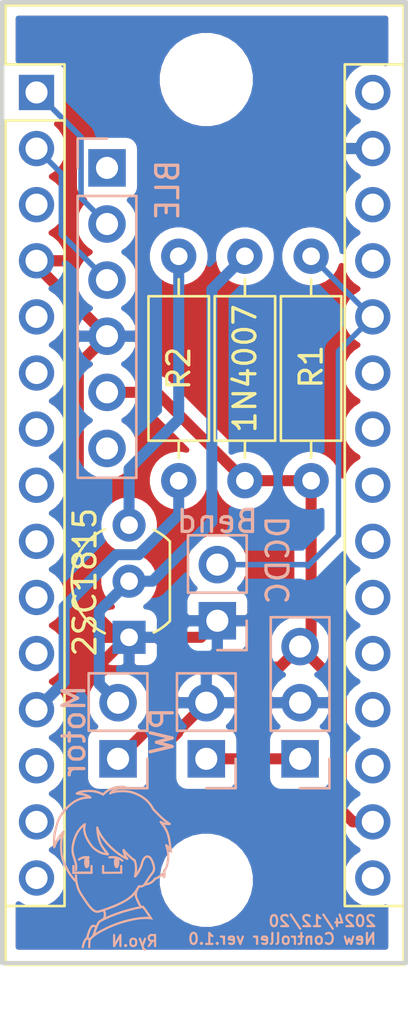
<source format=kicad_pcb>
(kicad_pcb (version 20171130) (host pcbnew "(5.1.12)-1")

  (general
    (thickness 1.6)
    (drawings 6)
    (tracks 66)
    (zones 0)
    (modules 13)
    (nets 35)
  )

  (page A4)
  (layers
    (0 F.Cu signal)
    (31 B.Cu signal)
    (32 B.Adhes user)
    (33 F.Adhes user)
    (34 B.Paste user)
    (35 F.Paste user)
    (36 B.SilkS user)
    (37 F.SilkS user)
    (38 B.Mask user)
    (39 F.Mask user)
    (40 Dwgs.User user)
    (41 Cmts.User user hide)
    (42 Eco1.User user)
    (43 Eco2.User user)
    (44 Edge.Cuts user)
    (45 Margin user)
    (46 B.CrtYd user)
    (47 F.CrtYd user)
    (48 B.Fab user hide)
    (49 F.Fab user hide)
  )

  (setup
    (last_trace_width 0.25)
    (user_trace_width 0.5)
    (user_trace_width 1)
    (trace_clearance 0.2)
    (zone_clearance 0.508)
    (zone_45_only no)
    (trace_min 0.2)
    (via_size 0.8)
    (via_drill 0.4)
    (via_min_size 0.6)
    (via_min_drill 0.3)
    (user_via 1 0.6)
    (uvia_size 0.3)
    (uvia_drill 0.1)
    (uvias_allowed no)
    (uvia_min_size 0.2)
    (uvia_min_drill 0.1)
    (edge_width 0.2)
    (segment_width 0.2)
    (pcb_text_width 0.3)
    (pcb_text_size 1.5 1.5)
    (mod_edge_width 0.2)
    (mod_text_size 1.5 1.5)
    (mod_text_width 0.2)
    (pad_size 1.524 1.524)
    (pad_drill 0.762)
    (pad_to_mask_clearance 0)
    (aux_axis_origin 129.54 106.68)
    (grid_origin 129.54 106.68)
    (visible_elements 7FFFFF7F)
    (pcbplotparams
      (layerselection 0x010f0_ffffffff)
      (usegerberextensions false)
      (usegerberattributes true)
      (usegerberadvancedattributes true)
      (creategerberjobfile true)
      (excludeedgelayer true)
      (linewidth 0.100000)
      (plotframeref false)
      (viasonmask false)
      (mode 1)
      (useauxorigin false)
      (hpglpennumber 1)
      (hpglpenspeed 20)
      (hpglpendiameter 15.000000)
      (psnegative false)
      (psa4output false)
      (plotreference true)
      (plotvalue true)
      (plotinvisibletext false)
      (padsonsilk false)
      (subtractmaskfromsilk true)
      (outputformat 1)
      (mirror false)
      (drillshape 0)
      (scaleselection 1)
      (outputdirectory "Gerber/"))
  )

  (net 0 "")
  (net 1 "Net-(1N4007-Pad1)")
  (net 2 +3.3VADC)
  (net 3 "Net-(2SC1815-Pad3)")
  (net 4 0)
  (net 5 RX)
  (net 6 TX)
  (net 7 "Net-(Arduino_nano_33_ble1-Pad18)")
  (net 8 "Net-(Arduino_nano_33_ble1-Pad3)")
  (net 9 "Net-(Arduino_nano_33_ble1-Pad19)")
  (net 10 "Net-(Arduino_nano_33_ble1-Pad20)")
  (net 11 "Net-(Arduino_nano_33_ble1-Pad5)")
  (net 12 "Net-(Arduino_nano_33_ble1-Pad21)")
  (net 13 "Net-(Arduino_nano_33_ble1-Pad6)")
  (net 14 "Net-(Arduino_nano_33_ble1-Pad22)")
  (net 15 "Net-(Arduino_nano_33_ble1-Pad7)")
  (net 16 "Net-(Arduino_nano_33_ble1-Pad23)")
  (net 17 "Net-(Arduino_nano_33_ble1-Pad8)")
  (net 18 "Net-(Arduino_nano_33_ble1-Pad24)")
  (net 19 "Net-(Arduino_nano_33_ble1-Pad9)")
  (net 20 "Net-(Arduino_nano_33_ble1-Pad25)")
  (net 21 "Net-(Arduino_nano_33_ble1-Pad10)")
  (net 22 A7)
  (net 23 "Net-(Arduino_nano_33_ble1-Pad11)")
  (net 24 "Net-(Arduino_nano_33_ble1-Pad27)")
  (net 25 D9)
  (net 26 "Net-(Arduino_nano_33_ble1-Pad28)")
  (net 27 "Net-(Arduino_nano_33_ble1-Pad13)")
  (net 28 "Net-(Arduino_nano_33_ble1-Pad14)")
  (net 29 "Net-(Arduino_nano_33_ble1-Pad30)")
  (net 30 "Net-(Arduino_nano_33_ble1-Pad15)")
  (net 31 "Net-(Arduino_nano_33_ble1-Pad16)")
  (net 32 "Net-(Bluetooth1-Pad1)")
  (net 33 "Net-(Bluetooth1-Pad6)")
  (net 34 +3V0)

  (net_class Default "This is the default net class."
    (clearance 0.2)
    (trace_width 0.25)
    (via_dia 0.8)
    (via_drill 0.4)
    (uvia_dia 0.3)
    (uvia_drill 0.1)
    (add_net +3.3VADC)
    (add_net +3V0)
    (add_net 0)
    (add_net A7)
    (add_net D9)
    (add_net "Net-(1N4007-Pad1)")
    (add_net "Net-(2SC1815-Pad3)")
    (add_net "Net-(Arduino_nano_33_ble1-Pad10)")
    (add_net "Net-(Arduino_nano_33_ble1-Pad11)")
    (add_net "Net-(Arduino_nano_33_ble1-Pad13)")
    (add_net "Net-(Arduino_nano_33_ble1-Pad14)")
    (add_net "Net-(Arduino_nano_33_ble1-Pad15)")
    (add_net "Net-(Arduino_nano_33_ble1-Pad16)")
    (add_net "Net-(Arduino_nano_33_ble1-Pad18)")
    (add_net "Net-(Arduino_nano_33_ble1-Pad19)")
    (add_net "Net-(Arduino_nano_33_ble1-Pad20)")
    (add_net "Net-(Arduino_nano_33_ble1-Pad21)")
    (add_net "Net-(Arduino_nano_33_ble1-Pad22)")
    (add_net "Net-(Arduino_nano_33_ble1-Pad23)")
    (add_net "Net-(Arduino_nano_33_ble1-Pad24)")
    (add_net "Net-(Arduino_nano_33_ble1-Pad25)")
    (add_net "Net-(Arduino_nano_33_ble1-Pad27)")
    (add_net "Net-(Arduino_nano_33_ble1-Pad28)")
    (add_net "Net-(Arduino_nano_33_ble1-Pad3)")
    (add_net "Net-(Arduino_nano_33_ble1-Pad30)")
    (add_net "Net-(Arduino_nano_33_ble1-Pad5)")
    (add_net "Net-(Arduino_nano_33_ble1-Pad6)")
    (add_net "Net-(Arduino_nano_33_ble1-Pad7)")
    (add_net "Net-(Arduino_nano_33_ble1-Pad8)")
    (add_net "Net-(Arduino_nano_33_ble1-Pad9)")
    (add_net "Net-(Bluetooth1-Pad1)")
    (add_net "Net-(Bluetooth1-Pad6)")
    (add_net RX)
    (add_net TX)
  )

  (module Sign:Sign (layer B.Cu) (tedit 0) (tstamp 6765DC1A)
    (at 134.54 145.68 180)
    (fp_text reference G*** (at 0 0) (layer B.SilkS) hide
      (effects (font (size 1.524 1.524) (thickness 0.3)) (justify mirror))
    )
    (fp_text value LOGO (at 0.75 0) (layer B.SilkS) hide
      (effects (font (size 1.524 1.524) (thickness 0.3)) (justify mirror))
    )
    (fp_poly (pts (xy -0.264305 3.525649) (xy -0.1361 3.504075) (xy -0.011418 3.469708) (xy 0.107406 3.42342)
      (xy 0.218039 3.366079) (xy 0.318148 3.298556) (xy 0.382276 3.244239) (xy 0.437549 3.192534)
      (xy 0.502339 3.225082) (xy 0.594463 3.264699) (xy 0.700927 3.298086) (xy 0.795867 3.320269)
      (xy 0.851147 3.328792) (xy 0.919073 3.334921) (xy 0.995523 3.338626) (xy 1.076376 3.339877)
      (xy 1.157511 3.338641) (xy 1.234804 3.334887) (xy 1.304136 3.328585) (xy 1.335342 3.324342)
      (xy 1.425496 3.307833) (xy 1.502476 3.288592) (xy 1.565612 3.26692) (xy 1.614234 3.243121)
      (xy 1.647673 3.217494) (xy 1.66526 3.190343) (xy 1.667934 3.174452) (xy 1.665147 3.155754)
      (xy 1.655105 3.142845) (xy 1.635285 3.134564) (xy 1.603165 3.129751) (xy 1.566126 3.127586)
      (xy 1.468083 3.118711) (xy 1.36223 3.099682) (xy 1.270001 3.076212) (xy 1.227527 3.063056)
      (xy 1.200327 3.052613) (xy 1.18874 3.045086) (xy 1.193106 3.040677) (xy 1.20874 3.039533)
      (xy 1.22863 3.037929) (xy 1.259919 3.033623) (xy 1.297432 3.027374) (xy 1.318716 3.023408)
      (xy 1.45713 2.987998) (xy 1.592524 2.936175) (xy 1.724474 2.868259) (xy 1.852556 2.78457)
      (xy 1.976344 2.685429) (xy 2.095415 2.571156) (xy 2.209344 2.44207) (xy 2.317706 2.298493)
      (xy 2.357843 2.239433) (xy 2.395557 2.181248) (xy 2.425554 2.132046) (xy 2.450282 2.08727)
      (xy 2.472189 2.04236) (xy 2.493722 1.992755) (xy 2.504559 1.966151) (xy 2.52581 1.908638)
      (xy 2.548716 1.838731) (xy 2.572369 1.759931) (xy 2.595859 1.675737) (xy 2.61828 1.58965)
      (xy 2.638722 1.505169) (xy 2.656277 1.425795) (xy 2.670037 1.355027) (xy 2.679092 1.296366)
      (xy 2.679685 1.291463) (xy 2.683547 1.26108) (xy 2.687323 1.235476) (xy 2.689462 1.22373)
      (xy 2.691348 1.206818) (xy 2.692976 1.176065) (xy 2.694319 1.134558) (xy 2.695346 1.085386)
      (xy 2.696028 1.03164) (xy 2.696335 0.976409) (xy 2.69624 0.922781) (xy 2.695711 0.873845)
      (xy 2.69472 0.832692) (xy 2.693431 0.805196) (xy 2.690599 0.767544) (xy 2.687343 0.742863)
      (xy 2.6825 0.727209) (xy 2.674909 0.716636) (xy 2.664884 0.708293) (xy 2.648472 0.697138)
      (xy 2.637372 0.696028) (xy 2.623381 0.704807) (xy 2.619916 0.70743) (xy 2.604838 0.724933)
      (xy 2.589373 0.755585) (xy 2.572961 0.800099) (xy 2.547004 0.869494) (xy 2.513372 0.946179)
      (xy 2.474977 1.024227) (xy 2.43473 1.097713) (xy 2.396521 1.159258) (xy 2.375201 1.190187)
      (xy 2.357328 1.214659) (xy 2.344922 1.229999) (xy 2.340129 1.233817) (xy 2.339798 1.22437)
      (xy 2.342057 1.202224) (xy 2.346456 1.171338) (xy 2.349158 1.154787) (xy 2.360008 1.084169)
      (xy 2.367888 1.015951) (xy 2.373133 0.945471) (xy 2.376078 0.868068) (xy 2.377056 0.779083)
      (xy 2.377056 0.766233) (xy 2.374164 0.629745) (xy 2.365303 0.505643) (xy 2.34974 0.390205)
      (xy 2.326739 0.279713) (xy 2.295566 0.170447) (xy 2.255487 0.058686) (xy 2.220708 -0.0254)
      (xy 2.165519 -0.145047) (xy 2.104522 -0.263623) (xy 2.039234 -0.378743) (xy 1.971172 -0.488027)
      (xy 1.901851 -0.589089) (xy 1.832789 -0.679547) (xy 1.765503 -0.757017) (xy 1.735805 -0.787401)
      (xy 1.679624 -0.842434) (xy 1.660175 -0.931334) (xy 1.643371 -1.00272) (xy 1.625041 -1.068385)
      (xy 1.604068 -1.130688) (xy 1.579332 -1.191989) (xy 1.549715 -1.254647) (xy 1.514097 -1.321021)
      (xy 1.471359 -1.393471) (xy 1.420384 -1.474356) (xy 1.360051 -1.566035) (xy 1.357021 -1.570567)
      (xy 1.284989 -1.677284) (xy 1.22057 -1.770486) (xy 1.162831 -1.851279) (xy 1.110838 -1.920767)
      (xy 1.063656 -1.980054) (xy 1.020353 -2.030243) (xy 0.979995 -2.07244) (xy 0.941648 -2.107748)
      (xy 0.904378 -2.137272) (xy 0.867252 -2.162116) (xy 0.846667 -2.174123) (xy 0.794464 -2.199264)
      (xy 0.744576 -2.214144) (xy 0.693326 -2.218942) (xy 0.637038 -2.21384) (xy 0.572033 -2.199019)
      (xy 0.538997 -2.189239) (xy 0.500602 -2.177462) (xy 0.46792 -2.167829) (xy 0.444441 -2.161341)
      (xy 0.433698 -2.159001) (xy 0.42351 -2.166705) (xy 0.412588 -2.187106) (xy 0.402565 -2.216131)
      (xy 0.395078 -2.24971) (xy 0.393788 -2.258387) (xy 0.392253 -2.299888) (xy 0.396419 -2.348163)
      (xy 0.405217 -2.396074) (xy 0.417581 -2.436485) (xy 0.421852 -2.446131) (xy 0.434359 -2.464385)
      (xy 0.455158 -2.482466) (xy 0.487416 -2.502924) (xy 0.503767 -2.512087) (xy 0.556142 -2.54121)
      (xy 0.596083 -2.565154) (xy 0.626252 -2.586409) (xy 0.649313 -2.607466) (xy 0.667927 -2.630814)
      (xy 0.684757 -2.658946) (xy 0.702466 -2.694351) (xy 0.705542 -2.700821) (xy 0.722173 -2.735883)
      (xy 0.735913 -2.764745) (xy 0.745289 -2.784321) (xy 0.748814 -2.791509) (xy 0.756684 -2.790037)
      (xy 0.775392 -2.784333) (xy 0.787731 -2.780179) (xy 0.822508 -2.771674) (xy 0.861612 -2.767461)
      (xy 0.899075 -2.767696) (xy 0.928932 -2.772538) (xy 0.938203 -2.776212) (xy 0.959689 -2.793397)
      (xy 0.985591 -2.823066) (xy 1.013662 -2.862141) (xy 1.041648 -2.907542) (xy 1.062328 -2.946074)
      (xy 1.10274 -3.037869) (xy 1.138682 -3.142221) (xy 1.168475 -3.253878) (xy 1.17867 -3.294553)
      (xy 1.187724 -3.321728) (xy 1.196968 -3.338655) (xy 1.207053 -3.348151) (xy 1.243507 -3.380512)
      (xy 1.278543 -3.428135) (xy 1.311367 -3.489362) (xy 1.341184 -3.562533) (xy 1.3672 -3.64599)
      (xy 1.384847 -3.719537) (xy 1.392952 -3.759169) (xy 1.396574 -3.785114) (xy 1.394646 -3.800272)
      (xy 1.386103 -3.807541) (xy 1.369879 -3.809821) (xy 1.351592 -3.81) (xy 1.306184 -3.81)
      (xy 1.292039 -3.738773) (xy 1.276431 -3.672005) (xy 1.256861 -3.6067) (xy 1.234842 -3.547112)
      (xy 1.211883 -3.497492) (xy 1.197798 -3.473537) (xy 1.182119 -3.4505) (xy 1.170437 -3.434409)
      (xy 1.165589 -3.429) (xy 1.153317 -3.431811) (xy 1.133285 -3.438716) (xy 1.111235 -3.447428)
      (xy 1.092911 -3.455658) (xy 1.084058 -3.461118) (xy 1.083902 -3.461546) (xy 1.085112 -3.472205)
      (xy 1.088113 -3.494634) (xy 1.09199 -3.522134) (xy 1.098328 -3.58511) (xy 1.101524 -3.663615)
      (xy 1.101533 -3.756533) (xy 1.101524 -3.757084) (xy 1.100667 -3.81) (xy 1.010739 -3.81)
      (xy 1.010335 -3.706284) (xy 1.009188 -3.656367) (xy 1.00641 -3.603461) (xy 1.002456 -3.554885)
      (xy 0.99913 -3.526642) (xy 0.988329 -3.450717) (xy 0.923848 -3.381886) (xy 0.877282 -3.337232)
      (xy 0.818173 -3.289471) (xy 0.745887 -3.238187) (xy 0.659789 -3.182965) (xy 0.559246 -3.123388)
      (xy 0.443622 -3.059041) (xy 0.376767 -3.023261) (xy 0.179529 -2.926024) (xy -0.0305 -2.835735)
      (xy -0.250263 -2.753373) (xy -0.476704 -2.679918) (xy -0.706767 -2.616349) (xy -0.937395 -2.563644)
      (xy -1.165532 -2.522784) (xy -1.202266 -2.517314) (xy -1.263279 -2.51031) (xy -1.333346 -2.505276)
      (xy -1.408845 -2.50221) (xy -1.486156 -2.501111) (xy -1.561658 -2.501978) (xy -1.63173 -2.50481)
      (xy -1.692752 -2.509605) (xy -1.741102 -2.516362) (xy -1.746868 -2.517509) (xy -1.780348 -2.523954)
      (xy -1.807121 -2.528074) (xy -1.823216 -2.529305) (xy -1.825965 -2.528724) (xy -1.823563 -2.519822)
      (xy -1.812593 -2.498847) (xy -1.794236 -2.467575) (xy -1.76967 -2.42778) (xy -1.753489 -2.402331)
      (xy -1.640941 -2.402331) (xy -1.46182 -2.406943) (xy -1.299287 -2.416451) (xy -1.126131 -2.436586)
      (xy -0.944497 -2.466855) (xy -0.756535 -2.506766) (xy -0.564391 -2.555825) (xy -0.370212 -2.613541)
      (xy -0.176145 -2.679421) (xy -0.0254 -2.736488) (xy 0.043377 -2.76505) (xy 0.122767 -2.800194)
      (xy 0.209289 -2.840212) (xy 0.299461 -2.883396) (xy 0.389803 -2.928036) (xy 0.476831 -2.972424)
      (xy 0.557066 -3.014851) (xy 0.627026 -3.053609) (xy 0.66038 -3.073051) (xy 0.699384 -3.095795)
      (xy 0.732985 -3.114368) (xy 0.758685 -3.127472) (xy 0.773987 -3.133808) (xy 0.77715 -3.133785)
      (xy 0.775332 -3.123276) (xy 0.768494 -3.100524) (xy 0.757769 -3.069064) (xy 0.746577 -3.038473)
      (xy 0.717763 -2.964196) (xy 0.687258 -2.889577) (xy 0.683359 -2.880503) (xy 0.791209 -2.880503)
      (xy 0.792512 -2.889524) (xy 0.799111 -2.911092) (xy 0.809956 -2.942058) (xy 0.823994 -2.979272)
      (xy 0.825238 -2.982461) (xy 0.84236 -3.02863) (xy 0.858869 -3.077294) (xy 0.872625 -3.121924)
      (xy 0.88002 -3.149541) (xy 0.890119 -3.187408) (xy 0.900926 -3.214856) (xy 0.915581 -3.238223)
      (xy 0.936052 -3.262546) (xy 0.976585 -3.305924) (xy 1.008811 -3.336588) (xy 1.034385 -3.355517)
      (xy 1.054959 -3.363693) (xy 1.072186 -3.362095) (xy 1.087203 -3.35219) (xy 1.088301 -3.341272)
      (xy 1.084985 -3.316565) (xy 1.077678 -3.280505) (xy 1.067112 -3.236725) (xy 1.037548 -3.133057)
      (xy 1.00599 -3.045175) (xy 0.971966 -2.972001) (xy 0.935003 -2.912456) (xy 0.912833 -2.884651)
      (xy 0.884767 -2.852676) (xy 0.840086 -2.864491) (xy 0.814553 -2.871767) (xy 0.796499 -2.877888)
      (xy 0.791209 -2.880503) (xy 0.683359 -2.880503) (xy 0.656988 -2.819142) (xy 0.628879 -2.757413)
      (xy 0.613134 -2.725006) (xy 0.599016 -2.699626) (xy 0.582977 -2.677729) (xy 0.562772 -2.657652)
      (xy 0.536158 -2.637736) (xy 0.500891 -2.61632) (xy 0.454728 -2.591743) (xy 0.395426 -2.562345)
      (xy 0.389467 -2.559455) (xy 0.096461 -2.426813) (xy -0.205453 -2.308469) (xy -0.51593 -2.204537)
      (xy -0.834628 -2.115132) (xy -1.161204 -2.040368) (xy -1.181099 -2.036339) (xy -1.230548 -2.02633)
      (xy -1.274862 -2.017233) (xy -1.311122 -2.009659) (xy -1.336404 -2.004217) (xy -1.347487 -2.001609)
      (xy -1.358118 -2.006719) (xy -1.376607 -2.024835) (xy -1.401896 -2.054568) (xy -1.432927 -2.094529)
      (xy -1.468641 -2.143329) (xy -1.507979 -2.199579) (xy -1.549884 -2.261889) (xy -1.574598 -2.299716)
      (xy -1.640941 -2.402331) (xy -1.753489 -2.402331) (xy -1.740075 -2.381236) (xy -1.70663 -2.32972)
      (xy -1.670513 -2.275005) (xy -1.632905 -2.218866) (xy -1.594985 -2.163079) (xy -1.557931 -2.109417)
      (xy -1.522924 -2.059657) (xy -1.491141 -2.015571) (xy -1.463764 -1.978937) (xy -1.444405 -1.954457)
      (xy -1.426041 -1.932193) (xy -1.210733 -1.932193) (xy -1.210733 -1.932206) (xy -1.203241 -1.936118)
      (xy -1.184385 -1.940665) (xy -1.174749 -1.942339) (xy -1.139853 -1.948712) (xy -1.091586 -1.958825)
      (xy -1.032915 -1.971962) (xy -0.966807 -1.987406) (xy -0.896228 -2.004441) (xy -0.824144 -2.022351)
      (xy -0.753521 -2.040419) (xy -0.687326 -2.057929) (xy -0.628525 -2.074164) (xy -0.626533 -2.074731)
      (xy -0.496311 -2.113324) (xy -0.363296 -2.155645) (xy -0.230689 -2.20054) (xy -0.101694 -2.246859)
      (xy 0.020486 -2.293448) (xy 0.132648 -2.339156) (xy 0.231589 -2.382831) (xy 0.237067 -2.385377)
      (xy 0.268385 -2.399786) (xy 0.293196 -2.410841) (xy 0.308051 -2.417023) (xy 0.310729 -2.417795)
      (xy 0.310403 -2.409541) (xy 0.307982 -2.388776) (xy 0.303968 -2.359723) (xy 0.303253 -2.354871)
      (xy 0.299371 -2.302199) (xy 0.302004 -2.247322) (xy 0.310481 -2.196105) (xy 0.324131 -2.154414)
      (xy 0.326811 -2.148901) (xy 0.334908 -2.131341) (xy 0.337382 -2.121903) (xy 0.337175 -2.121583)
      (xy 0.3286 -2.118244) (xy 0.30706 -2.110497) (xy 0.275605 -2.099424) (xy 0.23729 -2.086107)
      (xy 0.2286 -2.083107) (xy 0.042737 -2.015708) (xy -0.132305 -1.945546) (xy -0.295729 -1.873054)
      (xy -0.446736 -1.798661) (xy -0.584528 -1.722799) (xy -0.708307 -1.645897) (xy -0.817274 -1.568387)
      (xy -0.910632 -1.490699) (xy -0.962413 -1.440468) (xy -1.006194 -1.394988) (xy -1.011537 -1.436211)
      (xy -1.023512 -1.495988) (xy -1.045016 -1.566849) (xy -1.075208 -1.64649) (xy -1.113245 -1.732609)
      (xy -1.139498 -1.786461) (xy -1.161916 -1.831143) (xy -1.18144 -1.870494) (xy -1.196878 -1.902077)
      (xy -1.207039 -1.923456) (xy -1.210733 -1.932193) (xy -1.426041 -1.932193) (xy -1.398407 -1.898692)
      (xy -1.355129 -1.907249) (xy -1.330199 -1.911496) (xy -1.313122 -1.913124) (xy -1.308774 -1.91252)
      (xy -1.304218 -1.904287) (xy -1.293296 -1.883227) (xy -1.277193 -1.851666) (xy -1.257096 -1.811933)
      (xy -1.234192 -1.766356) (xy -1.229423 -1.756834) (xy -1.192061 -1.680511) (xy -1.162649 -1.616172)
      (xy -1.14036 -1.561321) (xy -1.124365 -1.513461) (xy -1.113837 -1.470095) (xy -1.107948 -1.428729)
      (xy -1.105868 -1.386865) (xy -1.105847 -1.384301) (xy -1.106627 -1.339129) (xy -1.110544 -1.301821)
      (xy -1.118998 -1.267608) (xy -1.133388 -1.231721) (xy -1.155112 -1.18939) (xy -1.171666 -1.159934)
      (xy -1.217699 -1.079501) (xy -1.279833 -1.074598) (xy -1.33111 -1.067914) (xy -1.372856 -1.055293)
      (xy -1.412157 -1.034053) (xy -1.44043 -1.013834) (xy -1.482398 -0.988704) (xy -1.520863 -0.978252)
      (xy -1.603931 -0.963025) (xy -1.676712 -0.940219) (xy -1.744933 -0.907757) (xy -1.788221 -0.881367)
      (xy -1.832303 -0.848864) (xy -1.877025 -0.809817) (xy -1.917209 -0.769091) (xy -1.947677 -0.731553)
      (xy -1.947681 -0.731548) (xy -1.963579 -0.717606) (xy -1.987541 -0.70526) (xy -1.9939 -0.703003)
      (xy -2.052404 -0.679123) (xy -2.113131 -0.645377) (xy -2.168952 -0.606013) (xy -2.195979 -0.58256)
      (xy -2.219643 -0.560214) (xy -2.238025 -0.543179) (xy -2.248192 -0.534162) (xy -2.24928 -0.533401)
      (xy -2.251836 -0.540912) (xy -2.256789 -0.560388) (xy -2.261728 -0.581703) (xy -2.275199 -0.623682)
      (xy -2.293095 -0.649766) (xy -2.315111 -0.659757) (xy -2.340944 -0.653453) (xy -2.355842 -0.643626)
      (xy -2.378394 -0.616227) (xy -2.394858 -0.576358) (xy -2.404656 -0.527559) (xy -2.407208 -0.47337)
      (xy -2.401938 -0.417332) (xy -2.396866 -0.39248) (xy -2.391448 -0.367679) (xy -2.391156 -0.350679)
      (xy -2.397495 -0.334729) (xy -2.411967 -0.313077) (xy -2.415724 -0.307813) (xy -2.45215 -0.246485)
      (xy -2.484659 -0.171329) (xy -2.512805 -0.085093) (xy -2.536141 0.009478) (xy -2.554221 0.109636)
      (xy -2.566599 0.212636) (xy -2.572829 0.315731) (xy -2.572464 0.416174) (xy -2.565058 0.511219)
      (xy -2.557262 0.563339) (xy -2.550907 0.600712) (xy -2.546393 0.631518) (xy -2.544191 0.652224)
      (xy -2.544486 0.659241) (xy -2.549411 0.653765) (xy -2.559606 0.635935) (xy -2.573389 0.608839)
      (xy -2.583507 0.587651) (xy -2.599477 0.554762) (xy -2.613753 0.52776) (xy -2.624323 0.51033)
      (xy -2.628033 0.506012) (xy -2.651005 0.499795) (xy -2.675519 0.506408) (xy -2.687837 0.516103)
      (xy -2.694956 0.525305) (xy -2.698344 0.535757) (xy -2.698074 0.551594) (xy -2.694217 0.576948)
      (xy -2.689364 0.602886) (xy -2.683417 0.636845) (xy -2.676218 0.682503) (xy -2.668536 0.734745)
      (xy -2.661136 0.788457) (xy -2.660362 0.794387) (xy -2.562962 0.794387) (xy -2.562167 0.789812)
      (xy -2.554489 0.79317) (xy -2.537924 0.80597) (xy -2.515605 0.825723) (xy -2.507899 0.83297)
      (xy -2.478463 0.85925) (xy -2.456288 0.874316) (xy -2.438123 0.880233) (xy -2.432977 0.880533)
      (xy -2.409851 0.87801) (xy -2.395406 0.869181) (xy -2.389357 0.852153) (xy -2.391424 0.825033)
      (xy -2.401324 0.785927) (xy -2.413319 0.748771) (xy -2.452305 0.608818) (xy -2.474767 0.466736)
      (xy -2.480715 0.322102) (xy -2.470162 0.174497) (xy -2.44312 0.023498) (xy -2.434515 -0.011968)
      (xy -2.411254 -0.094477) (xy -2.387162 -0.16158) (xy -2.36156 -0.214799) (xy -2.333768 -0.255661)
      (xy -2.318541 -0.272225) (xy -2.293419 -0.299126) (xy -2.280873 -0.320769) (xy -2.279609 -0.34161)
      (xy -2.288333 -0.366104) (xy -2.290171 -0.369866) (xy -2.301269 -0.397448) (xy -2.30827 -0.422503)
      (xy -2.31373 -0.449805) (xy -2.28175 -0.428103) (xy -2.258978 -0.414827) (xy -2.239606 -0.407155)
      (xy -2.234513 -0.406401) (xy -2.22185 -0.412884) (xy -2.20311 -0.430215) (xy -2.181701 -0.455214)
      (xy -2.180502 -0.456764) (xy -2.121659 -0.521017) (xy -2.055178 -0.571381) (xy -1.982578 -0.606815)
      (xy -1.944225 -0.618667) (xy -1.918364 -0.627578) (xy -1.898431 -0.64186) (xy -1.878109 -0.666203)
      (xy -1.875676 -0.669561) (xy -1.81735 -0.73699) (xy -1.747216 -0.794969) (xy -1.668992 -0.84076)
      (xy -1.611484 -0.864071) (xy -1.58372 -0.872779) (xy -1.563086 -0.878248) (xy -1.553963 -0.879321)
      (xy -1.553926 -0.879287) (xy -1.556621 -0.870747) (xy -1.567518 -0.850691) (xy -1.585084 -0.821458)
      (xy -1.607782 -0.785385) (xy -1.634078 -0.744812) (xy -1.662438 -0.702075) (xy -1.691327 -0.659515)
      (xy -1.71921 -0.619469) (xy -1.744552 -0.584274) (xy -1.76582 -0.55627) (xy -1.766448 -0.555479)
      (xy -1.816934 -0.490154) (xy -1.856486 -0.434316) (xy -1.886251 -0.385586) (xy -1.907378 -0.341586)
      (xy -1.921013 -0.299937) (xy -1.928304 -0.25826) (xy -1.930399 -0.215562) (xy -1.925999 -0.15371)
      (xy -1.913646 -0.084114) (xy -1.89461 -0.010262) (xy -1.870163 0.064355) (xy -1.841575 0.136248)
      (xy -1.810118 0.201927) (xy -1.777062 0.257904) (xy -1.743677 0.300688) (xy -1.741585 0.30287)
      (xy -1.693218 0.342249) (xy -1.64043 0.366716) (xy -1.585359 0.375813) (xy -1.530142 0.369079)
      (xy -1.494929 0.355872) (xy -1.447861 0.324703) (xy -1.403564 0.279333) (xy -1.363827 0.222466)
      (xy -1.33044 0.156807) (xy -1.305191 0.085058) (xy -1.298667 0.059266) (xy -1.286438 0.01192)
      (xy -1.270588 -0.040766) (xy -1.254151 -0.088835) (xy -1.250926 -0.097367) (xy -1.235521 -0.134885)
      (xy -1.216151 -0.178588) (xy -1.19448 -0.225079) (xy -1.172173 -0.270964) (xy -1.150893 -0.312848)
      (xy -1.132305 -0.347337) (xy -1.118074 -0.371034) (xy -1.113946 -0.376767) (xy -1.104878 -0.387267)
      (xy -1.10297 -0.384734) (xy -1.106513 -0.3683) (xy -1.108673 -0.35078) (xy -1.110395 -0.320184)
      (xy -1.111539 -0.280366) (xy -1.111963 -0.235181) (xy -1.111924 -0.220134) (xy -1.108243 -0.119916)
      (xy -1.09783 -0.029624) (xy -1.07981 0.056705) (xy -1.06236 0.117466) (xy -1.041927 0.182033)
      (xy -0.976047 0.225918) (xy -0.941838 0.250937) (xy -0.899853 0.285153) (xy -0.852354 0.326388)
      (xy -0.801606 0.372466) (xy -0.749871 0.42121) (xy -0.699412 0.470442) (xy -0.652491 0.517986)
      (xy -0.611373 0.561665) (xy -0.57832 0.599301) (xy -0.555595 0.628719) (xy -0.552585 0.633272)
      (xy -0.536392 0.655365) (xy -0.520998 0.665868) (xy -0.500457 0.668723) (xy -0.499109 0.668737)
      (xy -0.476862 0.664682) (xy -0.463645 0.650556) (xy -0.457835 0.623905) (xy -0.4572 0.605452)
      (xy -0.462192 0.551868) (xy -0.477373 0.487897) (xy -0.503043 0.412306) (xy -0.507166 0.401562)
      (xy -0.531722 0.338322) (xy -0.500811 0.356814) (xy -0.371962 0.439338) (xy -0.244179 0.531644)
      (xy -0.118965 0.632144) (xy 0.002175 0.739245) (xy 0.117737 0.851359) (xy 0.226217 0.966893)
      (xy 0.32611 1.084257) (xy 0.415911 1.201861) (xy 0.494118 1.318115) (xy 0.559224 1.431426)
      (xy 0.60304 1.523999) (xy 0.61746 1.559847) (xy 0.629712 1.593386) (xy 0.637816 1.619079)
      (xy 0.639389 1.625599) (xy 0.651159 1.657655) (xy 0.669559 1.678085) (xy 0.69179 1.68541)
      (xy 0.715052 1.678153) (xy 0.724386 1.670471) (xy 0.730805 1.66188) (xy 0.73452 1.649527)
      (xy 0.735826 1.629936) (xy 0.735017 1.599632) (xy 0.733144 1.566914) (xy 0.717003 1.396028)
      (xy 0.690695 1.237613) (xy 0.653706 1.090227) (xy 0.605524 0.952428) (xy 0.545636 0.822776)
      (xy 0.473529 0.699829) (xy 0.38869 0.582147) (xy 0.377787 0.568505) (xy 0.354918 0.539392)
      (xy 0.337202 0.515299) (xy 0.326661 0.49908) (xy 0.324762 0.493682) (xy 0.33458 0.493062)
      (xy 0.355877 0.495626) (xy 0.378212 0.499676) (xy 0.453405 0.52082) (xy 0.534354 0.553673)
      (xy 0.617285 0.595944) (xy 0.698427 0.645342) (xy 0.774008 0.699579) (xy 0.840254 0.756363)
      (xy 0.891888 0.81154) (xy 0.948566 0.886139) (xy 1.005807 0.970304) (xy 1.060748 1.059289)
      (xy 1.110524 1.14835) (xy 1.152273 1.232739) (xy 1.16854 1.269999) (xy 1.199468 1.357943)
      (xy 1.221325 1.44884) (xy 1.233662 1.539001) (xy 1.23603 1.624739) (xy 1.227982 1.702365)
      (xy 1.223603 1.722966) (xy 1.214468 1.766191) (xy 1.211593 1.796248) (xy 1.215064 1.815734)
      (xy 1.224968 1.827249) (xy 1.227111 1.828502) (xy 1.247062 1.835792) (xy 1.25766 1.837266)
      (xy 1.273933 1.83124) (xy 1.299662 1.814213) (xy 1.332967 1.787763) (xy 1.371966 1.753468)
      (xy 1.41478 1.712904) (xy 1.458039 1.669201) (xy 1.540722 1.574194) (xy 1.613278 1.471488)
      (xy 1.676585 1.359378) (xy 1.731521 1.236158) (xy 1.778964 1.100124) (xy 1.811698 0.982574)
      (xy 1.83277 0.891756) (xy 1.847241 0.811147) (xy 1.85576 0.735655) (xy 1.858976 0.660185)
      (xy 1.858654 0.613833) (xy 1.857212 0.571291) (xy 1.854554 0.53314) (xy 1.85007 0.496492)
      (xy 1.843145 0.458456) (xy 1.833169 0.416144) (xy 1.819528 0.366666) (xy 1.80161 0.307132)
      (xy 1.778804 0.234654) (xy 1.777312 0.229971) (xy 1.754948 0.159593) (xy 1.737232 0.102563)
      (xy 1.723631 0.056108) (xy 1.713616 0.017456) (xy 1.706656 -0.016169) (xy 1.702221 -0.04754)
      (xy 1.69978 -0.079429) (xy 1.698803 -0.114611) (xy 1.698759 -0.15586) (xy 1.698924 -0.179917)
      (xy 1.700007 -0.321734) (xy 1.610372 -0.321734) (xy 1.604389 -0.217998) (xy 1.602172 -0.16672)
      (xy 1.602122 -0.119989) (xy 1.604717 -0.075132) (xy 1.610436 -0.029476) (xy 1.619757 0.019655)
      (xy 1.633159 0.074932) (xy 1.65112 0.139031) (xy 1.67412 0.214626) (xy 1.691916 0.270933)
      (xy 1.718345 0.356737) (xy 1.738572 0.429934) (xy 1.753124 0.49345) (xy 1.762532 0.550217)
      (xy 1.767323 0.603162) (xy 1.768028 0.655215) (xy 1.766806 0.685565) (xy 1.75586 0.790407)
      (xy 1.735319 0.901541) (xy 1.706379 1.015424) (xy 1.670233 1.128512) (xy 1.628077 1.237263)
      (xy 1.581103 1.338133) (xy 1.530507 1.427578) (xy 1.502756 1.468966) (xy 1.477565 1.502779)
      (xy 1.449281 1.538562) (xy 1.420084 1.573811) (xy 1.392156 1.606018) (xy 1.367678 1.632677)
      (xy 1.348831 1.651282) (xy 1.337797 1.659325) (xy 1.336973 1.659466) (xy 1.33356 1.651635)
      (xy 1.330922 1.630675) (xy 1.329448 1.600387) (xy 1.329267 1.584201) (xy 1.32233 1.480142)
      (xy 1.301303 1.373235) (xy 1.265863 1.262513) (xy 1.215687 1.147003) (xy 1.150454 1.025736)
      (xy 1.134729 0.999311) (xy 1.07195 0.900027) (xy 1.011847 0.814929) (xy 0.952545 0.741889)
      (xy 0.89217 0.678784) (xy 0.828845 0.623486) (xy 0.760697 0.573871) (xy 0.757697 0.571877)
      (xy 0.666585 0.515382) (xy 0.581128 0.471076) (xy 0.497184 0.437337) (xy 0.410613 0.412541)
      (xy 0.317274 0.395067) (xy 0.300567 0.392726) (xy 0.255708 0.386817) (xy 0.224539 0.383267)
      (xy 0.203974 0.382114) (xy 0.190929 0.383395) (xy 0.182319 0.387151) (xy 0.175061 0.393419)
      (xy 0.174172 0.394304) (xy 0.165074 0.40607) (xy 0.161655 0.419352) (xy 0.164826 0.436031)
      (xy 0.175497 0.457988) (xy 0.194578 0.487103) (xy 0.22298 0.525259) (xy 0.260795 0.573313)
      (xy 0.32079 0.649692) (xy 0.370716 0.716351) (xy 0.412116 0.775894) (xy 0.446531 0.830927)
      (xy 0.475503 0.884056) (xy 0.500574 0.937887) (xy 0.523284 0.995025) (xy 0.542117 1.048839)
      (xy 0.55519 1.090179) (xy 0.568655 1.136395) (xy 0.581589 1.183878) (xy 0.593067 1.229017)
      (xy 0.602166 1.268201) (xy 0.607961 1.297819) (xy 0.609601 1.312571) (xy 0.605206 1.308988)
      (xy 0.593056 1.293388) (xy 0.574697 1.267902) (xy 0.551679 1.234661) (xy 0.534308 1.208944)
      (xy 0.442006 1.080412) (xy 0.337978 0.952321) (xy 0.224369 0.826621) (xy 0.103318 0.705262)
      (xy -0.023033 0.590196) (xy -0.152541 0.483372) (xy -0.283065 0.38674) (xy -0.412463 0.302251)
      (xy -0.538593 0.231856) (xy -0.538702 0.231801) (xy -0.590426 0.206517) (xy -0.629876 0.189693)
      (xy -0.659178 0.180882) (xy -0.68046 0.179638) (xy -0.69585 0.185515) (xy -0.706486 0.196617)
      (xy -0.716236 0.213333) (xy -0.7178 0.227949) (xy -0.710019 0.244805) (xy -0.691737 0.268243)
      (xy -0.685434 0.275589) (xy -0.66914 0.297) (xy -0.65012 0.325821) (xy -0.630689 0.358011)
      (xy -0.613162 0.38953) (xy -0.599854 0.416339) (xy -0.593079 0.434399) (xy -0.592666 0.437488)
      (xy -0.598347 0.433959) (xy -0.614069 0.420318) (xy -0.637856 0.398377) (xy -0.667731 0.36995)
      (xy -0.692149 0.346241) (xy -0.752658 0.28797) (xy -0.804353 0.240396) (xy -0.849585 0.201482)
      (xy -0.890705 0.169195) (xy -0.924276 0.145377) (xy -0.951478 0.12373) (xy -0.96832 0.100282)
      (xy -0.97723 0.078214) (xy -1.001396 -0.015529) (xy -1.015713 -0.119243) (xy -1.020067 -0.22904)
      (xy -1.014341 -0.341033) (xy -0.998418 -0.451334) (xy -0.993722 -0.474134) (xy -0.983019 -0.526172)
      (xy -0.977212 -0.564065) (xy -0.976705 -0.589995) (xy -0.981907 -0.606146) (xy -0.993223 -0.614699)
      (xy -1.011061 -0.617838) (xy -1.020537 -0.618067) (xy -1.036335 -0.616211) (xy -1.05096 -0.60886)
      (xy -1.068068 -0.593339) (xy -1.091314 -0.566971) (xy -1.092845 -0.565151) (xy -1.153016 -0.4858)
      (xy -1.211155 -0.394602) (xy -1.265238 -0.295696) (xy -1.313242 -0.193218) (xy -1.353144 -0.091307)
      (xy -1.382919 0.005897) (xy -1.392674 0.047969) (xy -1.409714 0.106865) (xy -1.434892 0.161607)
      (xy -1.466183 0.20935) (xy -1.501564 0.247246) (xy -1.539008 0.272447) (xy -1.55711 0.279196)
      (xy -1.597562 0.281966) (xy -1.636469 0.268044) (xy -1.673866 0.23739) (xy -1.709792 0.189967)
      (xy -1.744284 0.125737) (xy -1.772753 0.057226) (xy -1.798329 -0.017273) (xy -1.818095 -0.087768)
      (xy -1.831256 -0.15092) (xy -1.837013 -0.20339) (xy -1.837207 -0.212719) (xy -1.835062 -0.249855)
      (xy -1.827712 -0.285432) (xy -1.813925 -0.3219) (xy -1.79247 -0.36171) (xy -1.762115 -0.407313)
      (xy -1.721631 -0.461157) (xy -1.696462 -0.49286) (xy -1.666438 -0.53194) (xy -1.632075 -0.579429)
      (xy -1.597709 -0.629198) (xy -1.568949 -0.673101) (xy -1.524714 -0.742804) (xy -1.488203 -0.799598)
      (xy -1.458252 -0.844987) (xy -1.433697 -0.880473) (xy -1.413374 -0.907562) (xy -1.396121 -0.927756)
      (xy -1.380772 -0.942561) (xy -1.366165 -0.953479) (xy -1.351135 -0.962015) (xy -1.342039 -0.966344)
      (xy -1.307612 -0.976756) (xy -1.268135 -0.981067) (xy -1.231519 -0.978778) (xy -1.215101 -0.974383)
      (xy -1.195465 -0.970341) (xy -1.178222 -0.976403) (xy -1.160836 -0.99445) (xy -1.14077 -1.026363)
      (xy -1.137765 -1.031751) (xy -1.105224 -1.087434) (xy -1.066366 -1.148809) (xy -1.024351 -1.211241)
      (xy -0.98234 -1.270097) (xy -0.943496 -1.320743) (xy -0.927229 -1.340394) (xy -0.877917 -1.392955)
      (xy -0.81882 -1.446348) (xy -0.74807 -1.502116) (xy -0.663796 -1.561805) (xy -0.639233 -1.578294)
      (xy -0.53864 -1.64117) (xy -0.426508 -1.703625) (xy -0.302051 -1.766004) (xy -0.164484 -1.828655)
      (xy -0.013023 -1.891922) (xy 0.153118 -1.956153) (xy 0.334724 -2.021693) (xy 0.478123 -2.070766)
      (xy 0.545127 -2.092702) (xy 0.598979 -2.108765) (xy 0.642312 -2.119212) (xy 0.677759 -2.1243)
      (xy 0.707954 -2.124285) (xy 0.73553 -2.119423) (xy 0.76312 -2.109973) (xy 0.784201 -2.100599)
      (xy 0.831378 -2.072229) (xy 0.884393 -2.029301) (xy 0.942245 -1.972746) (xy 1.003934 -1.903498)
      (xy 1.030521 -1.871134) (xy 1.060939 -1.831781) (xy 1.097287 -1.782303) (xy 1.138111 -1.724891)
      (xy 1.181955 -1.66174) (xy 1.227363 -1.595041) (xy 1.27288 -1.526988) (xy 1.317051 -1.459773)
      (xy 1.35842 -1.39559) (xy 1.39553 -1.336631) (xy 1.426928 -1.28509) (xy 1.451157 -1.243158)
      (xy 1.465398 -1.215939) (xy 1.523579 -1.074502) (xy 1.5671 -0.924741) (xy 1.595979 -0.76658)
      (xy 1.610233 -0.599942) (xy 1.611433 -0.560924) (xy 1.612581 -0.528764) (xy 1.614356 -0.504149)
      (xy 1.616434 -0.491105) (xy 1.617134 -0.490026) (xy 1.627392 -0.489049) (xy 1.648621 -0.48777)
      (xy 1.661584 -0.487133) (xy 1.678751 -0.486222) (xy 1.690635 -0.487034) (xy 1.698137 -0.49213)
      (xy 1.702156 -0.504068) (xy 1.703591 -0.525412) (xy 1.703341 -0.55872) (xy 1.702374 -0.603251)
      (xy 1.701975 -0.6383) (xy 1.702277 -0.665961) (xy 1.703204 -0.682604) (xy 1.704073 -0.685801)
      (xy 1.710398 -0.679606) (xy 1.724978 -0.662794) (xy 1.745557 -0.638027) (xy 1.766876 -0.611717)
      (xy 1.838462 -0.517298) (xy 1.906295 -0.416824) (xy 1.972192 -0.307338) (xy 2.037974 -0.185885)
      (xy 2.078246 -0.105834) (xy 2.134309 0.013881) (xy 2.179975 0.124613) (xy 2.216104 0.230026)
      (xy 2.243557 0.333788) (xy 2.263193 0.439563) (xy 2.275874 0.551018) (xy 2.282459 0.671817)
      (xy 2.283915 0.770466) (xy 2.282233 0.886034) (xy 2.276553 0.988952) (xy 2.266323 1.083149)
      (xy 2.250991 1.172555) (xy 2.230005 1.261099) (xy 2.202814 1.35271) (xy 2.201677 1.356225)
      (xy 2.186414 1.406351) (xy 2.178095 1.443037) (xy 2.17692 1.468374) (xy 2.183088 1.484453)
      (xy 2.196798 1.493366) (xy 2.215089 1.496926) (xy 2.230342 1.496488) (xy 2.244749 1.490173)
      (xy 2.262177 1.475474) (xy 2.284875 1.451652) (xy 2.389791 1.328143) (xy 2.480244 1.202544)
      (xy 2.558654 1.071474) (xy 2.563455 1.062566) (xy 2.60879 0.977899) (xy 2.603897 1.083733)
      (xy 2.599408 1.158498) (xy 2.592763 1.228764) (xy 2.583327 1.298503) (xy 2.570468 1.371691)
      (xy 2.553552 1.452298) (xy 2.531946 1.5443) (xy 2.527783 1.561268) (xy 2.500815 1.667283)
      (xy 2.475498 1.759021) (xy 2.450907 1.838941) (xy 2.426115 1.909502) (xy 2.400196 1.973161)
      (xy 2.372224 2.032379) (xy 2.341272 2.089614) (xy 2.307885 2.14499) (xy 2.23147 2.257994)
      (xy 2.147262 2.367424) (xy 2.05739 2.471068) (xy 1.963987 2.566712) (xy 1.869183 2.652141)
      (xy 1.775109 2.725143) (xy 1.705241 2.771053) (xy 1.584726 2.836641) (xy 1.466347 2.886662)
      (xy 1.347658 2.921848) (xy 1.226213 2.942935) (xy 1.10719 2.950558) (xy 1.053101 2.951822)
      (xy 1.01367 2.954145) (xy 0.986627 2.958241) (xy 0.969701 2.964823) (xy 0.960619 2.974605)
      (xy 0.95711 2.9883) (xy 0.956734 2.997808) (xy 0.959195 3.012232) (xy 0.968471 3.026156)
      (xy 0.987394 3.042874) (xy 1.009651 3.059243) (xy 1.078126 3.100438) (xy 1.160755 3.137547)
      (xy 1.255049 3.169629) (xy 1.358524 3.195741) (xy 1.382855 3.200704) (xy 1.408472 3.206192)
      (xy 1.425258 3.210727) (xy 1.429422 3.212991) (xy 1.418064 3.216837) (xy 1.392986 3.221589)
      (xy 1.357354 3.226869) (xy 1.314331 3.232299) (xy 1.267083 3.237503) (xy 1.218775 3.242102)
      (xy 1.172571 3.245719) (xy 1.138767 3.247674) (xy 0.986695 3.24742) (xy 0.842686 3.232385)
      (xy 0.748175 3.213447) (xy 0.692066 3.197717) (xy 0.632312 3.177324) (xy 0.573752 3.154203)
      (xy 0.521226 3.130288) (xy 0.47957 3.107514) (xy 0.473583 3.103674) (xy 0.450251 3.090438)
      (xy 0.430158 3.082697) (xy 0.4245 3.081866) (xy 0.412048 3.087694) (xy 0.391345 3.103464)
      (xy 0.365549 3.126602) (xy 0.346553 3.145391) (xy 0.264232 3.219776) (xy 0.173019 3.283958)
      (xy 0.112169 3.317979) (xy 0.075286 3.335765) (xy 0.039319 3.351799) (xy 0.007612 3.364737)
      (xy -0.016495 3.373235) (xy -0.02966 3.375949) (xy -0.030906 3.375516) (xy -0.026455 3.369451)
      (xy -0.011458 3.357537) (xy 0.001315 3.348701) (xy 0.026233 3.329905) (xy 0.054728 3.304856)
      (xy 0.083981 3.276506) (xy 0.111175 3.247809) (xy 0.133494 3.221715) (xy 0.14812 3.201177)
      (xy 0.1524 3.190367) (xy 0.146355 3.161817) (xy 0.12856 3.145307) (xy 0.106036 3.141133)
      (xy 0.085113 3.143317) (xy 0.072654 3.148641) (xy 0.07215 3.149303) (xy 0.061555 3.155929)
      (xy 0.038152 3.165423) (xy 0.005588 3.176652) (xy -0.032492 3.188485) (xy -0.072442 3.199789)
      (xy -0.110614 3.209434) (xy -0.143363 3.216286) (xy -0.143933 3.216386) (xy -0.228162 3.227818)
      (xy -0.323691 3.235212) (xy -0.425353 3.23848) (xy -0.527979 3.237531) (xy -0.626404 3.232274)
      (xy -0.690474 3.22593) (xy -0.803401 3.20565) (xy -0.922685 3.171991) (xy -1.045711 3.125937)
      (xy -1.16986 3.068467) (xy -1.292518 3.000565) (xy -1.294928 2.999113) (xy -1.403745 2.926002)
      (xy -1.504741 2.843286) (xy -1.59594 2.753036) (xy -1.675367 2.657328) (xy -1.741044 2.558235)
      (xy -1.773554 2.496921) (xy -1.782003 2.480362) (xy -1.791766 2.464043) (xy -1.804143 2.446508)
      (xy -1.820433 2.426303) (xy -1.841937 2.40197) (xy -1.869956 2.372056) (xy -1.905788 2.335104)
      (xy -1.950735 2.289658) (xy -2.006096 2.234264) (xy -2.024929 2.21549) (xy -2.083649 2.157566)
      (xy -2.141299 2.101795) (xy -2.195931 2.049991) (xy -2.245602 2.003968) (xy -2.288365 1.965538)
      (xy -2.322275 1.936515) (xy -2.335586 1.92588) (xy -2.372118 1.896853) (xy -2.397142 1.874928)
      (xy -2.409797 1.860918) (xy -2.409711 1.855703) (xy -2.389282 1.856638) (xy -2.358245 1.863975)
      (xy -2.320996 1.876264) (xy -2.281932 1.892055) (xy -2.245491 1.909873) (xy -2.204956 1.929449)
      (xy -2.174905 1.93783) (xy -2.153439 1.935369) (xy -2.14376 1.928706) (xy -2.134316 1.91319)
      (xy -2.134561 1.893469) (xy -2.145223 1.867649) (xy -2.167033 1.833837) (xy -2.19392 1.798602)
      (xy -2.273786 1.692991) (xy -2.340418 1.592063) (xy -2.395423 1.492343) (xy -2.440406 1.390356)
      (xy -2.476972 1.282628) (xy -2.506728 1.165683) (xy -2.522289 1.087966) (xy -2.531209 1.037025)
      (xy -2.539706 0.98449) (xy -2.547414 0.933118) (xy -2.553961 0.885665) (xy -2.558981 0.844888)
      (xy -2.562104 0.813543) (xy -2.562962 0.794387) (xy -2.660362 0.794387) (xy -2.65851 0.808566)
      (xy -2.640991 0.937696) (xy -2.623235 1.051964) (xy -2.604601 1.153439) (xy -2.584452 1.244188)
      (xy -2.562148 1.326278) (xy -2.537048 1.401778) (xy -2.508516 1.472754) (xy -2.47591 1.541274)
      (xy -2.438592 1.609406) (xy -2.395922 1.679218) (xy -2.383245 1.698861) (xy -2.362134 1.73148)
      (xy -2.349492 1.752287) (xy -2.344492 1.763625) (xy -2.346309 1.767836) (xy -2.354116 1.767264)
      (xy -2.359565 1.766021) (xy -2.377127 1.763477) (xy -2.407377 1.760744) (xy -2.446076 1.758149)
      (xy -2.488987 1.756021) (xy -2.489199 1.756012) (xy -2.543121 1.754608) (xy -2.582503 1.755906)
      (xy -2.609615 1.760578) (xy -2.626728 1.769296) (xy -2.636114 1.782731) (xy -2.639954 1.800599)
      (xy -2.64025 1.811138) (xy -2.637487 1.820563) (xy -2.629628 1.830765) (xy -2.614635 1.843637)
      (xy -2.590472 1.861068) (xy -2.555102 1.884952) (xy -2.534121 1.898883) (xy -2.473365 1.940737)
      (xy -2.413441 1.985506) (xy -2.352401 2.034882) (xy -2.288294 2.090554) (xy -2.219173 2.154216)
      (xy -2.143088 2.227557) (xy -2.060025 2.310318) (xy -2.00736 2.363746) (xy -1.965338 2.407153)
      (xy -1.932432 2.442298) (xy -1.907116 2.470935) (xy -1.887864 2.494822) (xy -1.873151 2.515715)
      (xy -1.86145 2.53537) (xy -1.856784 2.544233) (xy -1.805018 2.633142) (xy -1.740202 2.723791)
      (xy -1.665412 2.812756) (xy -1.583723 2.896611) (xy -1.498212 2.971932) (xy -1.421458 3.028964)
      (xy -1.319078 3.093218) (xy -1.211466 3.151867) (xy -1.101709 3.203605) (xy -0.992889 3.24713)
      (xy -0.888092 3.281135) (xy -0.790402 3.304318) (xy -0.757282 3.309805) (xy -0.705912 3.316971)
      (xy -0.663452 3.322159) (xy -0.624661 3.325779) (xy -0.584293 3.328238) (xy -0.537105 3.329946)
      (xy -0.4826 3.331217) (xy -0.399534 3.331799) (xy -0.325212 3.329638) (xy -0.251604 3.324322)
      (xy -0.170682 3.315442) (xy -0.168079 3.315119) (xy -0.143498 3.313096) (xy -0.133626 3.314748)
      (xy -0.136775 3.319524) (xy -0.151256 3.326872) (xy -0.175381 3.336239) (xy -0.207463 3.347073)
      (xy -0.245812 3.358823) (xy -0.288741 3.370935) (xy -0.332927 3.382433) (xy -0.0508 3.382433)
      (xy -0.046566 3.3782) (xy -0.042333 3.382433) (xy -0.046566 3.386666) (xy -0.0508 3.382433)
      (xy -0.332927 3.382433) (xy -0.334561 3.382858) (xy -0.381585 3.394039) (xy -0.428124 3.403926)
      (xy -0.45517 3.409019) (xy -0.512441 3.419746) (xy -0.554941 3.429237) (xy -0.584703 3.438321)
      (xy -0.603764 3.447821) (xy -0.614159 3.458566) (xy -0.617923 3.471381) (xy -0.618066 3.475157)
      (xy -0.614397 3.493901) (xy -0.602386 3.508512) (xy -0.580532 3.519382) (xy -0.547331 3.526902)
      (xy -0.50128 3.531462) (xy -0.440876 3.533455) (xy -0.3937 3.533561) (xy -0.264305 3.525649)) (layer B.SilkS) (width 0.01))
    (fp_poly (pts (xy 0.447907 -0.064605) (xy 0.474134 -0.06985) (xy 0.474134 -0.263525) (xy 0.474046 -0.318608)
      (xy 0.473799 -0.367422) (xy 0.473419 -0.40763) (xy 0.472932 -0.436895) (xy 0.472364 -0.45288)
      (xy 0.472017 -0.455159) (xy 0.4634 -0.454732) (xy 0.439404 -0.454252) (xy 0.401587 -0.453734)
      (xy 0.351503 -0.453193) (xy 0.290708 -0.452643) (xy 0.220757 -0.452098) (xy 0.143207 -0.451574)
      (xy 0.059611 -0.451085) (xy 0.014713 -0.450852) (xy -0.440474 -0.448587) (xy -0.438254 -0.256044)
      (xy -0.436033 -0.0635) (xy -0.396164 -0.063858) (xy -0.371485 -0.065114) (xy -0.354544 -0.067889)
      (xy -0.350966 -0.069545) (xy -0.349244 -0.079395) (xy -0.347886 -0.103238) (xy -0.346976 -0.138136)
      (xy -0.346602 -0.181151) (xy -0.346704 -0.21421) (xy -0.346913 -0.26658) (xy -0.346477 -0.304431)
      (xy -0.345188 -0.330168) (xy -0.342839 -0.346201) (xy -0.339221 -0.354935) (xy -0.334245 -0.358734)
      (xy -0.323091 -0.359842) (xy -0.296855 -0.360849) (xy -0.257392 -0.361731) (xy -0.206552 -0.362465)
      (xy -0.146189 -0.363024) (xy -0.078156 -0.363386) (xy -0.004304 -0.363526) (xy 0.030141 -0.36351)
      (xy 0.381 -0.363096) (xy 0.381 -0.06957) (xy 0.40134 -0.064465) (xy 0.424754 -0.06241)
      (xy 0.447907 -0.064605)) (layer B.SilkS) (width 0.01))
    (fp_poly (pts (xy 1.799994 -0.064465) (xy 1.820334 -0.06957) (xy 1.820334 -0.457471) (xy 0.905934 -0.456639)
      (xy 0.905934 -0.067734) (xy 0.924984 -0.066456) (xy 0.947482 -0.065263) (xy 0.971548 -0.064339)
      (xy 0.999062 -0.0635) (xy 0.999065 -0.20955) (xy 0.999067 -0.3556) (xy 1.727201 -0.3556)
      (xy 1.727201 -0.06985) (xy 1.753428 -0.064605) (xy 1.779263 -0.062402) (xy 1.799994 -0.064465)) (layer B.SilkS) (width 0.01))
    (fp_poly (pts (xy 0.104644 0.341852) (xy 0.125176 0.338974) (xy 0.158597 0.332665) (xy 0.177821 0.325395)
      (xy 0.185399 0.313712) (xy 0.183883 0.294167) (xy 0.177274 0.268522) (xy 0.17064 0.248066)
      (xy 0.162323 0.240223) (xy 0.14636 0.241221) (xy 0.137105 0.243122) (xy 0.116151 0.245772)
      (xy 0.083025 0.24792) (xy 0.042484 0.249328) (xy 0.004234 0.249766) (xy -0.039189 0.24948)
      (xy -0.068217 0.248405) (xy -0.085383 0.246213) (xy -0.093218 0.242578) (xy -0.094254 0.237174)
      (xy -0.094228 0.237066) (xy -0.090207 0.221882) (xy -0.083448 0.197305) (xy -0.079176 0.182033)
      (xy -0.072061 0.144015) (xy -0.068038 0.095421) (xy -0.067098 0.042093) (xy -0.069234 -0.010128)
      (xy -0.074436 -0.055398) (xy -0.079557 -0.078675) (xy -0.099673 -0.130652) (xy -0.125223 -0.167975)
      (xy -0.155572 -0.190084) (xy -0.190082 -0.196418) (xy -0.209598 -0.193254) (xy -0.238356 -0.17686)
      (xy -0.262917 -0.145184) (xy -0.282449 -0.099543) (xy -0.292079 -0.062893) (xy -0.300573 -0.006053)
      (xy -0.303919 0.055468) (xy -0.301938 0.114084) (xy -0.297101 0.150283) (xy -0.293753 0.172058)
      (xy -0.293459 0.184849) (xy -0.294354 0.186266) (xy -0.306957 0.181361) (xy -0.327978 0.168726)
      (xy -0.352836 0.151476) (xy -0.376948 0.132732) (xy -0.390285 0.121) (xy -0.420737 0.092231)
      (xy -0.458018 0.106759) (xy -0.48051 0.115717) (xy -0.495249 0.121952) (xy -0.49804 0.123356)
      (xy -0.497586 0.13251) (xy -0.488203 0.149782) (xy -0.472736 0.171118) (xy -0.454029 0.192466)
      (xy -0.440709 0.205089) (xy -0.406869 0.229448) (xy -0.361496 0.255648) (xy -0.309451 0.281298)
      (xy -0.255597 0.304009) (xy -0.204796 0.32139) (xy -0.203097 0.321883) (xy -0.151051 0.33319)
      (xy -0.0883 0.34115) (xy -0.020798 0.345454) (xy 0.045501 0.345791) (xy 0.104644 0.341852)) (layer B.SilkS) (width 0.01))
    (fp_poly (pts (xy 1.267948 0.339693) (xy 1.332063 0.330447) (xy 1.39227 0.313567) (xy 1.453555 0.288304)
      (xy 1.48331 0.272092) (xy 1.514335 0.251401) (xy 1.543181 0.229033) (xy 1.566404 0.207789)
      (xy 1.580558 0.190467) (xy 1.583267 0.182894) (xy 1.576425 0.173604) (xy 1.558951 0.160556)
      (xy 1.545675 0.152677) (xy 1.508083 0.132141) (xy 1.484292 0.156227) (xy 1.463726 0.172758)
      (xy 1.434519 0.191194) (xy 1.408943 0.204618) (xy 1.379648 0.21683) (xy 1.346429 0.228262)
      (xy 1.31347 0.237786) (xy 1.284958 0.244277) (xy 1.265076 0.246607) (xy 1.258481 0.245106)
      (xy 1.258709 0.235667) (xy 1.262665 0.214323) (xy 1.269518 0.185478) (xy 1.270413 0.182033)
      (xy 1.281231 0.123527) (xy 1.284908 0.061333) (xy 1.281924 -0.000985) (xy 1.272756 -0.059863)
      (xy 1.257883 -0.111737) (xy 1.237783 -0.153045) (xy 1.222926 -0.171766) (xy 1.197787 -0.191596)
      (xy 1.172807 -0.197661) (xy 1.148244 -0.193743) (xy 1.113139 -0.175652) (xy 1.085619 -0.142502)
      (xy 1.065725 -0.094391) (xy 1.053496 -0.03142) (xy 1.048971 0.046312) (xy 1.048944 0.055033)
      (xy 1.050456 0.108169) (xy 1.054558 0.153486) (xy 1.060843 0.186657) (xy 1.061463 0.188771)
      (xy 1.068317 0.214034) (xy 1.068847 0.231444) (xy 1.062198 0.249174) (xy 1.053491 0.264971)
      (xy 1.041457 0.287909) (xy 1.034099 0.305577) (xy 1.033036 0.310493) (xy 1.04106 0.32197)
      (xy 1.064355 0.331213) (xy 1.101365 0.337912) (xy 1.150538 0.341758) (xy 1.193801 0.342585)
      (xy 1.267948 0.339693)) (layer B.SilkS) (width 0.01))
  )

  (module Resistor_THT:R_Axial_DIN0207_L6.3mm_D2.5mm_P10.16mm_Horizontal (layer F.Cu) (tedit 5AE5139B) (tstamp 67656434)
    (at 140.54 118.18 270)
    (descr "Resistor, Axial_DIN0207 series, Axial, Horizontal, pin pitch=10.16mm, 0.25W = 1/4W, length*diameter=6.3*2.5mm^2, http://cdn-reichelt.de/documents/datenblatt/B400/1_4W%23YAG.pdf")
    (tags "Resistor Axial_DIN0207 series Axial Horizontal pin pitch 10.16mm 0.25W = 1/4W length 6.3mm diameter 2.5mm")
    (path /67653ACC)
    (fp_text reference 1N4007 (at 5.08 0 90) (layer F.SilkS)
      (effects (font (size 1 1) (thickness 0.15)))
    )
    (fp_text value 1N4007 (at 5.08 2.37 90) (layer F.Fab)
      (effects (font (size 1 1) (thickness 0.15)))
    )
    (fp_line (start 1.93 -1.25) (end 1.93 1.25) (layer F.Fab) (width 0.1))
    (fp_line (start 1.93 1.25) (end 8.23 1.25) (layer F.Fab) (width 0.1))
    (fp_line (start 8.23 1.25) (end 8.23 -1.25) (layer F.Fab) (width 0.1))
    (fp_line (start 8.23 -1.25) (end 1.93 -1.25) (layer F.Fab) (width 0.1))
    (fp_line (start 0 0) (end 1.93 0) (layer F.Fab) (width 0.1))
    (fp_line (start 10.16 0) (end 8.23 0) (layer F.Fab) (width 0.1))
    (fp_line (start 1.81 -1.37) (end 1.81 1.37) (layer F.SilkS) (width 0.12))
    (fp_line (start 1.81 1.37) (end 8.35 1.37) (layer F.SilkS) (width 0.12))
    (fp_line (start 8.35 1.37) (end 8.35 -1.37) (layer F.SilkS) (width 0.12))
    (fp_line (start 8.35 -1.37) (end 1.81 -1.37) (layer F.SilkS) (width 0.12))
    (fp_line (start 1.04 0) (end 1.81 0) (layer F.SilkS) (width 0.12))
    (fp_line (start 9.12 0) (end 8.35 0) (layer F.SilkS) (width 0.12))
    (fp_line (start -1.05 -1.5) (end -1.05 1.5) (layer F.CrtYd) (width 0.05))
    (fp_line (start -1.05 1.5) (end 11.21 1.5) (layer F.CrtYd) (width 0.05))
    (fp_line (start 11.21 1.5) (end 11.21 -1.5) (layer F.CrtYd) (width 0.05))
    (fp_line (start 11.21 -1.5) (end -1.05 -1.5) (layer F.CrtYd) (width 0.05))
    (fp_text user %R (at 5.08 0 90) (layer F.Fab)
      (effects (font (size 1 1) (thickness 0.15)))
    )
    (pad 1 thru_hole circle (at 0 0 270) (size 1.6 1.6) (drill 0.8) (layers *.Cu *.Mask)
      (net 1 "Net-(1N4007-Pad1)"))
    (pad 2 thru_hole oval (at 10.16 0 270) (size 1.6 1.6) (drill 0.8) (layers *.Cu *.Mask)
      (net 2 +3.3VADC))
    (model ${KISYS3DMOD}/Resistor_THT.3dshapes/R_Axial_DIN0207_L6.3mm_D2.5mm_P10.16mm_Horizontal.wrl
      (at (xyz 0 0 0))
      (scale (xyz 1 1 1))
      (rotate (xyz 0 0 0))
    )
  )

  (module Package_TO_SOT_THT:TO-92_Inline_Wide (layer F.Cu) (tedit 5A02FF81) (tstamp 67656448)
    (at 135.29 135.43 90)
    (descr "TO-92 leads in-line, wide, drill 0.75mm (see NXP sot054_po.pdf)")
    (tags "to-92 sc-43 sc-43a sot54 PA33 transistor")
    (path /67653586)
    (fp_text reference 2SC1815 (at 2.5 -2 90) (layer F.SilkS)
      (effects (font (size 1 1) (thickness 0.15)))
    )
    (fp_text value 2SC1815 (at 2.54 2.79 90) (layer F.Fab)
      (effects (font (size 1 1) (thickness 0.15)))
    )
    (fp_line (start 0.74 1.85) (end 4.34 1.85) (layer F.SilkS) (width 0.12))
    (fp_line (start 0.8 1.75) (end 4.3 1.75) (layer F.Fab) (width 0.1))
    (fp_line (start -1.01 -2.73) (end 6.09 -2.73) (layer F.CrtYd) (width 0.05))
    (fp_line (start -1.01 -2.73) (end -1.01 2.01) (layer F.CrtYd) (width 0.05))
    (fp_line (start 6.09 2.01) (end 6.09 -2.73) (layer F.CrtYd) (width 0.05))
    (fp_line (start 6.09 2.01) (end -1.01 2.01) (layer F.CrtYd) (width 0.05))
    (fp_text user %R (at 2.54 0 90) (layer F.Fab)
      (effects (font (size 1 1) (thickness 0.15)))
    )
    (fp_arc (start 2.54 0) (end 0.74 1.85) (angle 20) (layer F.SilkS) (width 0.12))
    (fp_arc (start 2.54 0) (end 2.54 -2.6) (angle -65) (layer F.SilkS) (width 0.12))
    (fp_arc (start 2.54 0) (end 2.54 -2.6) (angle 65) (layer F.SilkS) (width 0.12))
    (fp_arc (start 2.54 0) (end 2.54 -2.48) (angle 135) (layer F.Fab) (width 0.1))
    (fp_arc (start 2.54 0) (end 2.54 -2.48) (angle -135) (layer F.Fab) (width 0.1))
    (fp_arc (start 2.54 0) (end 4.34 1.85) (angle -20) (layer F.SilkS) (width 0.12))
    (pad 2 thru_hole circle (at 2.54 0 90) (size 1.5 1.5) (drill 0.8) (layers *.Cu *.Mask)
      (net 1 "Net-(1N4007-Pad1)"))
    (pad 3 thru_hole circle (at 5.08 0 90) (size 1.5 1.5) (drill 0.8) (layers *.Cu *.Mask)
      (net 3 "Net-(2SC1815-Pad3)"))
    (pad 1 thru_hole rect (at 0 0 90) (size 1.5 1.5) (drill 0.8) (layers *.Cu *.Mask)
      (net 4 0))
    (model ${KISYS3DMOD}/Package_TO_SOT_THT.3dshapes/TO-92_Inline_Wide.wrl
      (at (xyz 0 0 0))
      (scale (xyz 1 1 1))
      (rotate (xyz 0 0 0))
    )
  )

  (module Module:Arduino_Nano (layer F.Cu) (tedit 58ACAF70) (tstamp 67656485)
    (at 131.095001 110.765001)
    (descr "Arduino Nano, http://www.mouser.com/pdfdocs/Gravitech_Arduino_Nano3_0.pdf")
    (tags "Arduino Nano")
    (path /6764F5AA)
    (fp_text reference Arduino_nano_33_ble1 (at 7.944999 -6.585001) (layer F.SilkS) hide
      (effects (font (size 1 1) (thickness 0.15)))
    )
    (fp_text value Arduino_Nano_Every (at 8.89 19.05 90) (layer F.Fab)
      (effects (font (size 1 1) (thickness 0.15)))
    )
    (fp_line (start 1.27 1.27) (end 1.27 -1.27) (layer F.SilkS) (width 0.12))
    (fp_line (start 1.27 -1.27) (end -1.4 -1.27) (layer F.SilkS) (width 0.12))
    (fp_line (start -1.4 1.27) (end -1.4 39.5) (layer F.SilkS) (width 0.12))
    (fp_line (start -1.4 -3.94) (end -1.4 -1.27) (layer F.SilkS) (width 0.12))
    (fp_line (start 13.97 -1.27) (end 16.64 -1.27) (layer F.SilkS) (width 0.12))
    (fp_line (start 13.97 -1.27) (end 13.97 36.83) (layer F.SilkS) (width 0.12))
    (fp_line (start 13.97 36.83) (end 16.64 36.83) (layer F.SilkS) (width 0.12))
    (fp_line (start 1.27 1.27) (end -1.4 1.27) (layer F.SilkS) (width 0.12))
    (fp_line (start 1.27 1.27) (end 1.27 36.83) (layer F.SilkS) (width 0.12))
    (fp_line (start 1.27 36.83) (end -1.4 36.83) (layer F.SilkS) (width 0.12))
    (fp_line (start 3.81 31.75) (end 11.43 31.75) (layer F.Fab) (width 0.1))
    (fp_line (start 11.43 31.75) (end 11.43 41.91) (layer F.Fab) (width 0.1))
    (fp_line (start 11.43 41.91) (end 3.81 41.91) (layer F.Fab) (width 0.1))
    (fp_line (start 3.81 41.91) (end 3.81 31.75) (layer F.Fab) (width 0.1))
    (fp_line (start -1.4 39.5) (end 16.64 39.5) (layer F.SilkS) (width 0.12))
    (fp_line (start 16.64 39.5) (end 16.64 -3.94) (layer F.SilkS) (width 0.12))
    (fp_line (start 16.64 -3.94) (end -1.4 -3.94) (layer F.SilkS) (width 0.12))
    (fp_line (start 16.51 39.37) (end -1.27 39.37) (layer F.Fab) (width 0.1))
    (fp_line (start -1.27 39.37) (end -1.27 -2.54) (layer F.Fab) (width 0.1))
    (fp_line (start -1.27 -2.54) (end 0 -3.81) (layer F.Fab) (width 0.1))
    (fp_line (start 0 -3.81) (end 16.51 -3.81) (layer F.Fab) (width 0.1))
    (fp_line (start 16.51 -3.81) (end 16.51 39.37) (layer F.Fab) (width 0.1))
    (fp_line (start -1.53 -4.06) (end 16.75 -4.06) (layer F.CrtYd) (width 0.05))
    (fp_line (start -1.53 -4.06) (end -1.53 42.16) (layer F.CrtYd) (width 0.05))
    (fp_line (start 16.75 42.16) (end 16.75 -4.06) (layer F.CrtYd) (width 0.05))
    (fp_line (start 16.75 42.16) (end -1.53 42.16) (layer F.CrtYd) (width 0.05))
    (fp_text user %R (at 6.35 19.05 90) (layer F.Fab)
      (effects (font (size 1 1) (thickness 0.15)))
    )
    (pad 1 thru_hole rect (at 0 0) (size 1.6 1.6) (drill 1) (layers *.Cu *.Mask)
      (net 5 RX))
    (pad 17 thru_hole oval (at 15.24 33.02) (size 1.6 1.6) (drill 1) (layers *.Cu *.Mask)
      (net 2 +3.3VADC))
    (pad 2 thru_hole oval (at 0 2.54) (size 1.6 1.6) (drill 1) (layers *.Cu *.Mask)
      (net 6 TX))
    (pad 18 thru_hole oval (at 15.24 30.48) (size 1.6 1.6) (drill 1) (layers *.Cu *.Mask)
      (net 7 "Net-(Arduino_nano_33_ble1-Pad18)"))
    (pad 3 thru_hole oval (at 0 5.08) (size 1.6 1.6) (drill 1) (layers *.Cu *.Mask)
      (net 8 "Net-(Arduino_nano_33_ble1-Pad3)"))
    (pad 19 thru_hole oval (at 15.24 27.94) (size 1.6 1.6) (drill 1) (layers *.Cu *.Mask)
      (net 9 "Net-(Arduino_nano_33_ble1-Pad19)"))
    (pad 4 thru_hole oval (at 0 7.62) (size 1.6 1.6) (drill 1) (layers *.Cu *.Mask)
      (net 4 0))
    (pad 20 thru_hole oval (at 15.24 25.4) (size 1.6 1.6) (drill 1) (layers *.Cu *.Mask)
      (net 10 "Net-(Arduino_nano_33_ble1-Pad20)"))
    (pad 5 thru_hole oval (at 0 10.16) (size 1.6 1.6) (drill 1) (layers *.Cu *.Mask)
      (net 11 "Net-(Arduino_nano_33_ble1-Pad5)"))
    (pad 21 thru_hole oval (at 15.24 22.86) (size 1.6 1.6) (drill 1) (layers *.Cu *.Mask)
      (net 12 "Net-(Arduino_nano_33_ble1-Pad21)"))
    (pad 6 thru_hole oval (at 0 12.7) (size 1.6 1.6) (drill 1) (layers *.Cu *.Mask)
      (net 13 "Net-(Arduino_nano_33_ble1-Pad6)"))
    (pad 22 thru_hole oval (at 15.24 20.32) (size 1.6 1.6) (drill 1) (layers *.Cu *.Mask)
      (net 14 "Net-(Arduino_nano_33_ble1-Pad22)"))
    (pad 7 thru_hole oval (at 0 15.24) (size 1.6 1.6) (drill 1) (layers *.Cu *.Mask)
      (net 15 "Net-(Arduino_nano_33_ble1-Pad7)"))
    (pad 23 thru_hole oval (at 15.24 17.78) (size 1.6 1.6) (drill 1) (layers *.Cu *.Mask)
      (net 16 "Net-(Arduino_nano_33_ble1-Pad23)"))
    (pad 8 thru_hole oval (at 0 17.78) (size 1.6 1.6) (drill 1) (layers *.Cu *.Mask)
      (net 17 "Net-(Arduino_nano_33_ble1-Pad8)"))
    (pad 24 thru_hole oval (at 15.24 15.24) (size 1.6 1.6) (drill 1) (layers *.Cu *.Mask)
      (net 18 "Net-(Arduino_nano_33_ble1-Pad24)"))
    (pad 9 thru_hole oval (at 0 20.32) (size 1.6 1.6) (drill 1) (layers *.Cu *.Mask)
      (net 19 "Net-(Arduino_nano_33_ble1-Pad9)"))
    (pad 25 thru_hole oval (at 15.24 12.7) (size 1.6 1.6) (drill 1) (layers *.Cu *.Mask)
      (net 20 "Net-(Arduino_nano_33_ble1-Pad25)"))
    (pad 10 thru_hole oval (at 0 22.86) (size 1.6 1.6) (drill 1) (layers *.Cu *.Mask)
      (net 21 "Net-(Arduino_nano_33_ble1-Pad10)"))
    (pad 26 thru_hole oval (at 15.24 10.16) (size 1.6 1.6) (drill 1) (layers *.Cu *.Mask)
      (net 22 A7))
    (pad 11 thru_hole oval (at 0 25.4) (size 1.6 1.6) (drill 1) (layers *.Cu *.Mask)
      (net 23 "Net-(Arduino_nano_33_ble1-Pad11)"))
    (pad 27 thru_hole oval (at 15.24 7.62) (size 1.6 1.6) (drill 1) (layers *.Cu *.Mask)
      (net 24 "Net-(Arduino_nano_33_ble1-Pad27)"))
    (pad 12 thru_hole oval (at 0 27.94) (size 1.6 1.6) (drill 1) (layers *.Cu *.Mask)
      (net 25 D9))
    (pad 28 thru_hole oval (at 15.24 5.08) (size 1.6 1.6) (drill 1) (layers *.Cu *.Mask)
      (net 26 "Net-(Arduino_nano_33_ble1-Pad28)"))
    (pad 13 thru_hole oval (at 0 30.48) (size 1.6 1.6) (drill 1) (layers *.Cu *.Mask)
      (net 27 "Net-(Arduino_nano_33_ble1-Pad13)"))
    (pad 29 thru_hole oval (at 15.24 2.54) (size 1.6 1.6) (drill 1) (layers *.Cu *.Mask)
      (net 4 0))
    (pad 14 thru_hole oval (at 0 33.02) (size 1.6 1.6) (drill 1) (layers *.Cu *.Mask)
      (net 28 "Net-(Arduino_nano_33_ble1-Pad14)"))
    (pad 30 thru_hole oval (at 15.24 0) (size 1.6 1.6) (drill 1) (layers *.Cu *.Mask)
      (net 29 "Net-(Arduino_nano_33_ble1-Pad30)"))
    (pad 15 thru_hole oval (at 0 35.56) (size 1.6 1.6) (drill 1) (layers *.Cu *.Mask)
      (net 30 "Net-(Arduino_nano_33_ble1-Pad15)"))
    (pad 16 thru_hole oval (at 15.24 35.56) (size 1.6 1.6) (drill 1) (layers *.Cu *.Mask)
      (net 31 "Net-(Arduino_nano_33_ble1-Pad16)"))
    (model ${KISYS3DMOD}/Module.3dshapes/Arduino_Nano_WithMountingHoles.wrl
      (at (xyz 0 0 0))
      (scale (xyz 1 1 1))
      (rotate (xyz 0 0 0))
    )
  )

  (module Connector_PinSocket_2.54mm:PinSocket_1x02_P2.54mm_Vertical (layer B.Cu) (tedit 5A19A420) (tstamp 6765649B)
    (at 139.29 134.68)
    (descr "Through hole straight socket strip, 1x02, 2.54mm pitch, single row (from Kicad 4.0.7), script generated")
    (tags "Through hole socket strip THT 1x02 2.54mm single row")
    (path /67651049)
    (fp_text reference Bend (at 0 -4.5 180) (layer B.SilkS)
      (effects (font (size 1 1) (thickness 0.15)) (justify mirror))
    )
    (fp_text value Conn_01x02_Female (at 0 -5.31) (layer B.Fab)
      (effects (font (size 1 1) (thickness 0.15)) (justify mirror))
    )
    (fp_line (start -1.27 1.27) (end 0.635 1.27) (layer B.Fab) (width 0.1))
    (fp_line (start 0.635 1.27) (end 1.27 0.635) (layer B.Fab) (width 0.1))
    (fp_line (start 1.27 0.635) (end 1.27 -3.81) (layer B.Fab) (width 0.1))
    (fp_line (start 1.27 -3.81) (end -1.27 -3.81) (layer B.Fab) (width 0.1))
    (fp_line (start -1.27 -3.81) (end -1.27 1.27) (layer B.Fab) (width 0.1))
    (fp_line (start -1.33 -1.27) (end 1.33 -1.27) (layer B.SilkS) (width 0.12))
    (fp_line (start -1.33 -1.27) (end -1.33 -3.87) (layer B.SilkS) (width 0.12))
    (fp_line (start -1.33 -3.87) (end 1.33 -3.87) (layer B.SilkS) (width 0.12))
    (fp_line (start 1.33 -1.27) (end 1.33 -3.87) (layer B.SilkS) (width 0.12))
    (fp_line (start 1.33 1.33) (end 1.33 0) (layer B.SilkS) (width 0.12))
    (fp_line (start 0 1.33) (end 1.33 1.33) (layer B.SilkS) (width 0.12))
    (fp_line (start -1.8 1.8) (end 1.75 1.8) (layer B.CrtYd) (width 0.05))
    (fp_line (start 1.75 1.8) (end 1.75 -4.3) (layer B.CrtYd) (width 0.05))
    (fp_line (start 1.75 -4.3) (end -1.8 -4.3) (layer B.CrtYd) (width 0.05))
    (fp_line (start -1.8 -4.3) (end -1.8 1.8) (layer B.CrtYd) (width 0.05))
    (fp_text user %R (at 0 -1.27 270) (layer B.Fab)
      (effects (font (size 1 1) (thickness 0.15)) (justify mirror))
    )
    (pad 1 thru_hole rect (at 0 0) (size 1.7 1.7) (drill 1) (layers *.Cu *.Mask)
      (net 4 0))
    (pad 2 thru_hole oval (at 0 -2.54) (size 1.7 1.7) (drill 1) (layers *.Cu *.Mask)
      (net 22 A7))
    (model ${KISYS3DMOD}/Connector_PinSocket_2.54mm.3dshapes/PinSocket_1x02_P2.54mm_Vertical.wrl
      (at (xyz 0 0 0))
      (scale (xyz 1 1 1))
      (rotate (xyz 0 0 0))
    )
  )

  (module Connector_PinSocket_2.54mm:PinSocket_1x06_P2.54mm_Vertical (layer B.Cu) (tedit 5A19A430) (tstamp 676564B5)
    (at 134.29 114.18 180)
    (descr "Through hole straight socket strip, 1x06, 2.54mm pitch, single row (from Kicad 4.0.7), script generated")
    (tags "Through hole socket strip THT 1x06 2.54mm single row")
    (path /67655BA6)
    (fp_text reference BLE (at -2.75 -1 90) (layer B.SilkS)
      (effects (font (size 1 1) (thickness 0.15)) (justify mirror))
    )
    (fp_text value Conn_01x06_Female (at 0 -15.47) (layer B.Fab)
      (effects (font (size 1 1) (thickness 0.15)) (justify mirror))
    )
    (fp_line (start -1.27 1.27) (end 0.635 1.27) (layer B.Fab) (width 0.1))
    (fp_line (start 0.635 1.27) (end 1.27 0.635) (layer B.Fab) (width 0.1))
    (fp_line (start 1.27 0.635) (end 1.27 -13.97) (layer B.Fab) (width 0.1))
    (fp_line (start 1.27 -13.97) (end -1.27 -13.97) (layer B.Fab) (width 0.1))
    (fp_line (start -1.27 -13.97) (end -1.27 1.27) (layer B.Fab) (width 0.1))
    (fp_line (start -1.33 -1.27) (end 1.33 -1.27) (layer B.SilkS) (width 0.12))
    (fp_line (start -1.33 -1.27) (end -1.33 -14.03) (layer B.SilkS) (width 0.12))
    (fp_line (start -1.33 -14.03) (end 1.33 -14.03) (layer B.SilkS) (width 0.12))
    (fp_line (start 1.33 -1.27) (end 1.33 -14.03) (layer B.SilkS) (width 0.12))
    (fp_line (start 1.33 1.33) (end 1.33 0) (layer B.SilkS) (width 0.12))
    (fp_line (start 0 1.33) (end 1.33 1.33) (layer B.SilkS) (width 0.12))
    (fp_line (start -1.8 1.8) (end 1.75 1.8) (layer B.CrtYd) (width 0.05))
    (fp_line (start 1.75 1.8) (end 1.75 -14.45) (layer B.CrtYd) (width 0.05))
    (fp_line (start 1.75 -14.45) (end -1.8 -14.45) (layer B.CrtYd) (width 0.05))
    (fp_line (start -1.8 -14.45) (end -1.8 1.8) (layer B.CrtYd) (width 0.05))
    (fp_text user %R (at 0 -6.35 270) (layer B.Fab)
      (effects (font (size 1 1) (thickness 0.15)) (justify mirror))
    )
    (pad 1 thru_hole rect (at 0 0 180) (size 1.7 1.7) (drill 1) (layers *.Cu *.Mask)
      (net 32 "Net-(Bluetooth1-Pad1)"))
    (pad 2 thru_hole oval (at 0 -2.54 180) (size 1.7 1.7) (drill 1) (layers *.Cu *.Mask)
      (net 5 RX))
    (pad 3 thru_hole oval (at 0 -5.08 180) (size 1.7 1.7) (drill 1) (layers *.Cu *.Mask)
      (net 6 TX))
    (pad 4 thru_hole oval (at 0 -7.62 180) (size 1.7 1.7) (drill 1) (layers *.Cu *.Mask)
      (net 4 0))
    (pad 5 thru_hole oval (at 0 -10.16 180) (size 1.7 1.7) (drill 1) (layers *.Cu *.Mask)
      (net 2 +3.3VADC))
    (pad 6 thru_hole oval (at 0 -12.7 180) (size 1.7 1.7) (drill 1) (layers *.Cu *.Mask)
      (net 33 "Net-(Bluetooth1-Pad6)"))
    (model ${KISYS3DMOD}/Connector_PinSocket_2.54mm.3dshapes/PinSocket_1x06_P2.54mm_Vertical.wrl
      (at (xyz 0 0 0))
      (scale (xyz 1 1 1))
      (rotate (xyz 0 0 0))
    )
  )

  (module Connector_PinSocket_2.54mm:PinSocket_1x03_P2.54mm_Vertical (layer B.Cu) (tedit 5A19A429) (tstamp 676564CC)
    (at 143.04 140.93)
    (descr "Through hole straight socket strip, 1x03, 2.54mm pitch, single row (from Kicad 4.0.7), script generated")
    (tags "Through hole socket strip THT 1x03 2.54mm single row")
    (path /67656BC1)
    (fp_text reference DCDC (at -1 -9 -90) (layer B.SilkS)
      (effects (font (size 1 1) (thickness 0.15)) (justify mirror))
    )
    (fp_text value Conn_01x03_Female (at 0 -7.85) (layer B.Fab)
      (effects (font (size 1 1) (thickness 0.15)) (justify mirror))
    )
    (fp_line (start -1.27 1.27) (end 0.635 1.27) (layer B.Fab) (width 0.1))
    (fp_line (start 0.635 1.27) (end 1.27 0.635) (layer B.Fab) (width 0.1))
    (fp_line (start 1.27 0.635) (end 1.27 -6.35) (layer B.Fab) (width 0.1))
    (fp_line (start 1.27 -6.35) (end -1.27 -6.35) (layer B.Fab) (width 0.1))
    (fp_line (start -1.27 -6.35) (end -1.27 1.27) (layer B.Fab) (width 0.1))
    (fp_line (start -1.33 -1.27) (end 1.33 -1.27) (layer B.SilkS) (width 0.12))
    (fp_line (start -1.33 -1.27) (end -1.33 -6.41) (layer B.SilkS) (width 0.12))
    (fp_line (start -1.33 -6.41) (end 1.33 -6.41) (layer B.SilkS) (width 0.12))
    (fp_line (start 1.33 -1.27) (end 1.33 -6.41) (layer B.SilkS) (width 0.12))
    (fp_line (start 1.33 1.33) (end 1.33 0) (layer B.SilkS) (width 0.12))
    (fp_line (start 0 1.33) (end 1.33 1.33) (layer B.SilkS) (width 0.12))
    (fp_line (start -1.8 1.8) (end 1.75 1.8) (layer B.CrtYd) (width 0.05))
    (fp_line (start 1.75 1.8) (end 1.75 -6.85) (layer B.CrtYd) (width 0.05))
    (fp_line (start 1.75 -6.85) (end -1.8 -6.85) (layer B.CrtYd) (width 0.05))
    (fp_line (start -1.8 -6.85) (end -1.8 1.8) (layer B.CrtYd) (width 0.05))
    (fp_text user %R (at 0 -2.54 270) (layer B.Fab)
      (effects (font (size 1 1) (thickness 0.15)) (justify mirror))
    )
    (pad 1 thru_hole rect (at 0 0) (size 1.7 1.7) (drill 1) (layers *.Cu *.Mask)
      (net 34 +3V0))
    (pad 2 thru_hole oval (at 0 -2.54) (size 1.7 1.7) (drill 1) (layers *.Cu *.Mask)
      (net 4 0))
    (pad 3 thru_hole oval (at 0 -5.08) (size 1.7 1.7) (drill 1) (layers *.Cu *.Mask)
      (net 2 +3.3VADC))
    (model ${KISYS3DMOD}/Connector_PinSocket_2.54mm.3dshapes/PinSocket_1x03_P2.54mm_Vertical.wrl
      (at (xyz 0 0 0))
      (scale (xyz 1 1 1))
      (rotate (xyz 0 0 0))
    )
  )

  (module MountingHole:MountingHole_3.2mm_M3 (layer F.Cu) (tedit 56D1B4CB) (tstamp 676564D4)
    (at 138.79 110.18)
    (descr "Mounting Hole 3.2mm, no annular, M3")
    (tags "mounting hole 3.2mm no annular m3")
    (path /67666DD3)
    (attr virtual)
    (fp_text reference H1 (at 0 -4.2) (layer F.SilkS) hide
      (effects (font (size 1 1) (thickness 0.15)))
    )
    (fp_text value MountingHole (at 1.5 4.5) (layer F.Fab) hide
      (effects (font (size 1 1) (thickness 0.15)))
    )
    (fp_circle (center 0 0) (end 3.2 0) (layer Cmts.User) (width 0.15))
    (fp_circle (center 0 0) (end 3.45 0) (layer F.CrtYd) (width 0.05))
    (fp_text user %R (at 0.3 0) (layer F.Fab)
      (effects (font (size 1 1) (thickness 0.15)))
    )
    (pad 1 np_thru_hole circle (at 0 0) (size 3.2 3.2) (drill 3.2) (layers *.Cu *.Mask))
  )

  (module MountingHole:MountingHole_3.2mm_M3 (layer F.Cu) (tedit 56D1B4CB) (tstamp 676564DC)
    (at 138.79 146.43)
    (descr "Mounting Hole 3.2mm, no annular, M3")
    (tags "mounting hole 3.2mm no annular m3")
    (path /676673A1)
    (attr virtual)
    (fp_text reference H2 (at 3.75 2.75) (layer F.SilkS) hide
      (effects (font (size 1 1) (thickness 0.15)))
    )
    (fp_text value MountingHole (at 0 4.2) (layer F.Fab) hide
      (effects (font (size 1 1) (thickness 0.15)))
    )
    (fp_circle (center 0 0) (end 3.45 0) (layer F.CrtYd) (width 0.05))
    (fp_circle (center 0 0) (end 3.2 0) (layer Cmts.User) (width 0.15))
    (fp_text user %R (at 0.3 0) (layer F.Fab)
      (effects (font (size 1 1) (thickness 0.15)))
    )
    (pad 1 np_thru_hole circle (at 0 0) (size 3.2 3.2) (drill 3.2) (layers *.Cu *.Mask))
  )

  (module Connector_PinSocket_2.54mm:PinSocket_1x02_P2.54mm_Vertical (layer B.Cu) (tedit 5A19A420) (tstamp 676564F2)
    (at 134.79 140.93)
    (descr "Through hole straight socket strip, 1x02, 2.54mm pitch, single row (from Kicad 4.0.7), script generated")
    (tags "Through hole socket strip THT 1x02 2.54mm single row")
    (path /67651830)
    (fp_text reference Motor (at -2 -1.25 -90) (layer B.SilkS)
      (effects (font (size 1 1) (thickness 0.15)) (justify mirror))
    )
    (fp_text value Motor_DC (at 0 -5.31) (layer B.Fab)
      (effects (font (size 1 1) (thickness 0.15)) (justify mirror))
    )
    (fp_line (start -1.8 -4.3) (end -1.8 1.8) (layer B.CrtYd) (width 0.05))
    (fp_line (start 1.75 -4.3) (end -1.8 -4.3) (layer B.CrtYd) (width 0.05))
    (fp_line (start 1.75 1.8) (end 1.75 -4.3) (layer B.CrtYd) (width 0.05))
    (fp_line (start -1.8 1.8) (end 1.75 1.8) (layer B.CrtYd) (width 0.05))
    (fp_line (start 0 1.33) (end 1.33 1.33) (layer B.SilkS) (width 0.12))
    (fp_line (start 1.33 1.33) (end 1.33 0) (layer B.SilkS) (width 0.12))
    (fp_line (start 1.33 -1.27) (end 1.33 -3.87) (layer B.SilkS) (width 0.12))
    (fp_line (start -1.33 -3.87) (end 1.33 -3.87) (layer B.SilkS) (width 0.12))
    (fp_line (start -1.33 -1.27) (end -1.33 -3.87) (layer B.SilkS) (width 0.12))
    (fp_line (start -1.33 -1.27) (end 1.33 -1.27) (layer B.SilkS) (width 0.12))
    (fp_line (start -1.27 -3.81) (end -1.27 1.27) (layer B.Fab) (width 0.1))
    (fp_line (start 1.27 -3.81) (end -1.27 -3.81) (layer B.Fab) (width 0.1))
    (fp_line (start 1.27 0.635) (end 1.27 -3.81) (layer B.Fab) (width 0.1))
    (fp_line (start 0.635 1.27) (end 1.27 0.635) (layer B.Fab) (width 0.1))
    (fp_line (start -1.27 1.27) (end 0.635 1.27) (layer B.Fab) (width 0.1))
    (fp_text user %R (at 0 -1.27 270) (layer B.Fab)
      (effects (font (size 1 1) (thickness 0.15)) (justify mirror))
    )
    (pad 2 thru_hole oval (at 0 -2.54) (size 1.7 1.7) (drill 1) (layers *.Cu *.Mask)
      (net 1 "Net-(1N4007-Pad1)"))
    (pad 1 thru_hole rect (at 0 0) (size 1.7 1.7) (drill 1) (layers *.Cu *.Mask)
      (net 2 +3.3VADC))
    (model ${KISYS3DMOD}/Connector_PinSocket_2.54mm.3dshapes/PinSocket_1x02_P2.54mm_Vertical.wrl
      (at (xyz 0 0 0))
      (scale (xyz 1 1 1))
      (rotate (xyz 0 0 0))
    )
  )

  (module Resistor_THT:R_Axial_DIN0207_L6.3mm_D2.5mm_P10.16mm_Horizontal (layer F.Cu) (tedit 5AE5139B) (tstamp 67656509)
    (at 143.54 118.18 270)
    (descr "Resistor, Axial_DIN0207 series, Axial, Horizontal, pin pitch=10.16mm, 0.25W = 1/4W, length*diameter=6.3*2.5mm^2, http://cdn-reichelt.de/documents/datenblatt/B400/1_4W%23YAG.pdf")
    (tags "Resistor Axial_DIN0207 series Axial Horizontal pin pitch 10.16mm 0.25W = 1/4W length 6.3mm diameter 2.5mm")
    (path /67652CAA)
    (fp_text reference R1 (at 5 0 90) (layer F.SilkS)
      (effects (font (size 1 1) (thickness 0.15)))
    )
    (fp_text value R (at 5.08 2.37 90) (layer F.Fab)
      (effects (font (size 1 1) (thickness 0.15)))
    )
    (fp_line (start 11.21 -1.5) (end -1.05 -1.5) (layer F.CrtYd) (width 0.05))
    (fp_line (start 11.21 1.5) (end 11.21 -1.5) (layer F.CrtYd) (width 0.05))
    (fp_line (start -1.05 1.5) (end 11.21 1.5) (layer F.CrtYd) (width 0.05))
    (fp_line (start -1.05 -1.5) (end -1.05 1.5) (layer F.CrtYd) (width 0.05))
    (fp_line (start 9.12 0) (end 8.35 0) (layer F.SilkS) (width 0.12))
    (fp_line (start 1.04 0) (end 1.81 0) (layer F.SilkS) (width 0.12))
    (fp_line (start 8.35 -1.37) (end 1.81 -1.37) (layer F.SilkS) (width 0.12))
    (fp_line (start 8.35 1.37) (end 8.35 -1.37) (layer F.SilkS) (width 0.12))
    (fp_line (start 1.81 1.37) (end 8.35 1.37) (layer F.SilkS) (width 0.12))
    (fp_line (start 1.81 -1.37) (end 1.81 1.37) (layer F.SilkS) (width 0.12))
    (fp_line (start 10.16 0) (end 8.23 0) (layer F.Fab) (width 0.1))
    (fp_line (start 0 0) (end 1.93 0) (layer F.Fab) (width 0.1))
    (fp_line (start 8.23 -1.25) (end 1.93 -1.25) (layer F.Fab) (width 0.1))
    (fp_line (start 8.23 1.25) (end 8.23 -1.25) (layer F.Fab) (width 0.1))
    (fp_line (start 1.93 1.25) (end 8.23 1.25) (layer F.Fab) (width 0.1))
    (fp_line (start 1.93 -1.25) (end 1.93 1.25) (layer F.Fab) (width 0.1))
    (fp_text user %R (at 5.08 0 90) (layer F.Fab)
      (effects (font (size 1 1) (thickness 0.15)))
    )
    (pad 2 thru_hole oval (at 10.16 0 270) (size 1.6 1.6) (drill 0.8) (layers *.Cu *.Mask)
      (net 2 +3.3VADC))
    (pad 1 thru_hole circle (at 0 0 270) (size 1.6 1.6) (drill 0.8) (layers *.Cu *.Mask)
      (net 22 A7))
    (model ${KISYS3DMOD}/Resistor_THT.3dshapes/R_Axial_DIN0207_L6.3mm_D2.5mm_P10.16mm_Horizontal.wrl
      (at (xyz 0 0 0))
      (scale (xyz 1 1 1))
      (rotate (xyz 0 0 0))
    )
  )

  (module Resistor_THT:R_Axial_DIN0207_L6.3mm_D2.5mm_P10.16mm_Horizontal (layer F.Cu) (tedit 5AE5139B) (tstamp 67656520)
    (at 137.54 118.18 270)
    (descr "Resistor, Axial_DIN0207 series, Axial, Horizontal, pin pitch=10.16mm, 0.25W = 1/4W, length*diameter=6.3*2.5mm^2, http://cdn-reichelt.de/documents/datenblatt/B400/1_4W%23YAG.pdf")
    (tags "Resistor Axial_DIN0207 series Axial Horizontal pin pitch 10.16mm 0.25W = 1/4W length 6.3mm diameter 2.5mm")
    (path /67652657)
    (fp_text reference R2 (at 5.08 0 90) (layer F.SilkS)
      (effects (font (size 1 1) (thickness 0.15)))
    )
    (fp_text value R (at 5.08 2.37 90) (layer F.Fab)
      (effects (font (size 1 1) (thickness 0.15)))
    )
    (fp_line (start 1.93 -1.25) (end 1.93 1.25) (layer F.Fab) (width 0.1))
    (fp_line (start 1.93 1.25) (end 8.23 1.25) (layer F.Fab) (width 0.1))
    (fp_line (start 8.23 1.25) (end 8.23 -1.25) (layer F.Fab) (width 0.1))
    (fp_line (start 8.23 -1.25) (end 1.93 -1.25) (layer F.Fab) (width 0.1))
    (fp_line (start 0 0) (end 1.93 0) (layer F.Fab) (width 0.1))
    (fp_line (start 10.16 0) (end 8.23 0) (layer F.Fab) (width 0.1))
    (fp_line (start 1.81 -1.37) (end 1.81 1.37) (layer F.SilkS) (width 0.12))
    (fp_line (start 1.81 1.37) (end 8.35 1.37) (layer F.SilkS) (width 0.12))
    (fp_line (start 8.35 1.37) (end 8.35 -1.37) (layer F.SilkS) (width 0.12))
    (fp_line (start 8.35 -1.37) (end 1.81 -1.37) (layer F.SilkS) (width 0.12))
    (fp_line (start 1.04 0) (end 1.81 0) (layer F.SilkS) (width 0.12))
    (fp_line (start 9.12 0) (end 8.35 0) (layer F.SilkS) (width 0.12))
    (fp_line (start -1.05 -1.5) (end -1.05 1.5) (layer F.CrtYd) (width 0.05))
    (fp_line (start -1.05 1.5) (end 11.21 1.5) (layer F.CrtYd) (width 0.05))
    (fp_line (start 11.21 1.5) (end 11.21 -1.5) (layer F.CrtYd) (width 0.05))
    (fp_line (start 11.21 -1.5) (end -1.05 -1.5) (layer F.CrtYd) (width 0.05))
    (fp_text user %R (at 5.08 0 90) (layer F.Fab)
      (effects (font (size 1 1) (thickness 0.15)))
    )
    (pad 1 thru_hole circle (at 0 0 270) (size 1.6 1.6) (drill 0.8) (layers *.Cu *.Mask)
      (net 3 "Net-(2SC1815-Pad3)"))
    (pad 2 thru_hole oval (at 10.16 0 270) (size 1.6 1.6) (drill 0.8) (layers *.Cu *.Mask)
      (net 25 D9))
    (model ${KISYS3DMOD}/Resistor_THT.3dshapes/R_Axial_DIN0207_L6.3mm_D2.5mm_P10.16mm_Horizontal.wrl
      (at (xyz 0 0 0))
      (scale (xyz 1 1 1))
      (rotate (xyz 0 0 0))
    )
  )

  (module Connector_PinSocket_2.54mm:PinSocket_1x02_P2.54mm_Vertical (layer B.Cu) (tedit 5A19A420) (tstamp 676575AC)
    (at 138.79 140.93)
    (descr "Through hole straight socket strip, 1x02, 2.54mm pitch, single row (from Kicad 4.0.7), script generated")
    (tags "Through hole socket strip THT 1x02 2.54mm single row")
    (path /67677A5C)
    (fp_text reference PW (at -2 -1.25 270) (layer B.SilkS)
      (effects (font (size 1 1) (thickness 0.15)) (justify mirror))
    )
    (fp_text value Conn_01x02_Female (at 0 -5.31) (layer B.Fab)
      (effects (font (size 1 1) (thickness 0.15)) (justify mirror))
    )
    (fp_line (start -1.27 1.27) (end 0.635 1.27) (layer B.Fab) (width 0.1))
    (fp_line (start 0.635 1.27) (end 1.27 0.635) (layer B.Fab) (width 0.1))
    (fp_line (start 1.27 0.635) (end 1.27 -3.81) (layer B.Fab) (width 0.1))
    (fp_line (start 1.27 -3.81) (end -1.27 -3.81) (layer B.Fab) (width 0.1))
    (fp_line (start -1.27 -3.81) (end -1.27 1.27) (layer B.Fab) (width 0.1))
    (fp_line (start -1.33 -1.27) (end 1.33 -1.27) (layer B.SilkS) (width 0.12))
    (fp_line (start -1.33 -1.27) (end -1.33 -3.87) (layer B.SilkS) (width 0.12))
    (fp_line (start -1.33 -3.87) (end 1.33 -3.87) (layer B.SilkS) (width 0.12))
    (fp_line (start 1.33 -1.27) (end 1.33 -3.87) (layer B.SilkS) (width 0.12))
    (fp_line (start 1.33 1.33) (end 1.33 0) (layer B.SilkS) (width 0.12))
    (fp_line (start 0 1.33) (end 1.33 1.33) (layer B.SilkS) (width 0.12))
    (fp_line (start -1.8 1.8) (end 1.75 1.8) (layer B.CrtYd) (width 0.05))
    (fp_line (start 1.75 1.8) (end 1.75 -4.3) (layer B.CrtYd) (width 0.05))
    (fp_line (start 1.75 -4.3) (end -1.8 -4.3) (layer B.CrtYd) (width 0.05))
    (fp_line (start -1.8 -4.3) (end -1.8 1.8) (layer B.CrtYd) (width 0.05))
    (fp_text user %R (at 0 -1.27 270) (layer B.Fab)
      (effects (font (size 1 1) (thickness 0.15)) (justify mirror))
    )
    (pad 1 thru_hole rect (at 0 0) (size 1.7 1.7) (drill 1) (layers *.Cu *.Mask)
      (net 34 +3V0))
    (pad 2 thru_hole oval (at 0 -2.54) (size 1.7 1.7) (drill 1) (layers *.Cu *.Mask)
      (net 4 0))
    (model ${KISYS3DMOD}/Connector_PinSocket_2.54mm.3dshapes/PinSocket_1x02_P2.54mm_Vertical.wrl
      (at (xyz 0 0 0))
      (scale (xyz 1 1 1))
      (rotate (xyz 0 0 0))
    )
  )

  (gr_text Ryo.N (at 135.54 149.18) (layer B.SilkS)
    (effects (font (size 0.5 0.5) (thickness 0.1)) (justify mirror))
  )
  (gr_text "2024/12/20 \nNew Controller ver.1.0" (at 146.54 148.68) (layer B.SilkS)
    (effects (font (size 0.5 0.5) (thickness 0.1)) (justify left mirror))
  )
  (gr_line (start 147.84 106.68) (end 129.54 106.68) (layer Edge.Cuts) (width 0.2) (tstamp 67651F0E))
  (gr_line (start 147.84 150.18) (end 147.84 106.68) (layer Edge.Cuts) (width 0.2))
  (gr_line (start 129.54 150.18) (end 147.84 150.18) (layer Edge.Cuts) (width 0.2))
  (gr_line (start 129.54 106.68) (end 129.54 150.18) (layer Edge.Cuts) (width 0.2))

  (segment (start 133.940001 137.540001) (end 134.79 138.39) (width 0.5) (layer B.Cu) (net 1))
  (segment (start 133.940001 134.239999) (end 133.940001 137.540001) (width 0.5) (layer B.Cu) (net 1))
  (segment (start 135.29 132.89) (end 133.940001 134.239999) (width 0.5) (layer B.Cu) (net 1))
  (segment (start 139.04 119.68) (end 140.54 118.18) (width 0.5) (layer B.Cu) (net 1))
  (segment (start 139.04 130.20066) (end 139.04 119.68) (width 0.5) (layer B.Cu) (net 1))
  (segment (start 136.35066 132.89) (end 139.04 130.20066) (width 0.5) (layer B.Cu) (net 1))
  (segment (start 135.29 132.89) (end 136.35066 132.89) (width 0.5) (layer B.Cu) (net 1))
  (segment (start 144.907 137.717) (end 143.04 135.85) (width 0.5) (layer F.Cu) (net 2))
  (segment (start 144.907 143.256) (end 144.907 137.717) (width 0.5) (layer F.Cu) (net 2))
  (segment (start 145.436001 143.785001) (end 144.907 143.256) (width 0.5) (layer F.Cu) (net 2))
  (segment (start 146.335001 143.785001) (end 145.436001 143.785001) (width 0.5) (layer F.Cu) (net 2))
  (segment (start 143.54 135.35) (end 143.04 135.85) (width 0.5) (layer F.Cu) (net 2))
  (segment (start 143.54 128.34) (end 143.54 135.35) (width 0.5) (layer F.Cu) (net 2))
  (segment (start 140.54 128.34) (end 143.54 128.34) (width 0.5) (layer F.Cu) (net 2))
  (segment (start 136.54 124.34) (end 140.54 128.34) (width 0.5) (layer F.Cu) (net 2))
  (segment (start 134.29 124.34) (end 136.54 124.34) (width 0.5) (layer F.Cu) (net 2))
  (segment (start 137.287 136.779) (end 136.398 137.668) (width 0.5) (layer F.Cu) (net 2))
  (segment (start 136.398 139.322) (end 134.79 140.93) (width 0.5) (layer F.Cu) (net 2))
  (segment (start 136.398 137.668) (end 136.398 139.322) (width 0.5) (layer F.Cu) (net 2))
  (segment (start 143.04 135.85) (end 142.113 136.777) (width 0.5) (layer F.Cu) (net 2))
  (segment (start 140.21 136.777) (end 140.208 136.779) (width 0.5) (layer F.Cu) (net 2))
  (segment (start 142.113 136.777) (end 140.21 136.777) (width 0.5) (layer F.Cu) (net 2))
  (segment (start 140.208 136.779) (end 137.287 136.779) (width 0.5) (layer F.Cu) (net 2))
  (segment (start 140.335 136.779) (end 140.208 136.779) (width 0.5) (layer F.Cu) (net 2))
  (segment (start 135.29 127.804002) (end 135.29 130.35) (width 0.5) (layer B.Cu) (net 3))
  (segment (start 137.54 125.554002) (end 135.29 127.804002) (width 0.5) (layer B.Cu) (net 3))
  (segment (start 137.54 118.18) (end 137.54 125.554002) (width 0.5) (layer B.Cu) (net 3))
  (segment (start 138.79 138.39) (end 143.04 138.39) (width 0.5) (layer F.Cu) (net 4))
  (segment (start 133.731 142.875) (end 132.842 141.986) (width 0.5) (layer F.Cu) (net 4))
  (segment (start 132.842 141.986) (end 132.842 137.795) (width 0.5) (layer F.Cu) (net 4))
  (segment (start 135.207 135.43) (end 135.29 135.43) (width 0.5) (layer F.Cu) (net 4))
  (segment (start 132.842 137.795) (end 135.207 135.43) (width 0.5) (layer F.Cu) (net 4))
  (segment (start 138.54 135.43) (end 139.29 134.68) (width 0.5) (layer F.Cu) (net 4))
  (segment (start 135.29 135.43) (end 138.54 135.43) (width 0.5) (layer F.Cu) (net 4))
  (segment (start 135.29 135.43) (end 134.795 135.43) (width 0.5) (layer F.Cu) (net 4))
  (segment (start 132.989999 123.100001) (end 134.29 121.8) (width 0.5) (layer F.Cu) (net 4))
  (segment (start 132.989999 133.624999) (end 132.989999 123.100001) (width 0.5) (layer F.Cu) (net 4))
  (segment (start 134.795 135.43) (end 132.989999 133.624999) (width 0.5) (layer F.Cu) (net 4))
  (segment (start 131.095001 118.605001) (end 134.29 121.8) (width 0.5) (layer F.Cu) (net 4))
  (segment (start 131.095001 118.385001) (end 131.095001 118.605001) (width 0.5) (layer F.Cu) (net 4))
  (segment (start 138.79 138.39) (end 137.489999 139.690001) (width 0.5) (layer F.Cu) (net 4))
  (segment (start 137.489999 139.690001) (end 137.489999 139.751001) (width 0.5) (layer F.Cu) (net 4))
  (segment (start 137.489999 139.751001) (end 136.779 140.462) (width 0.5) (layer F.Cu) (net 4))
  (segment (start 136.779 140.462) (end 136.779 142.24) (width 0.5) (layer F.Cu) (net 4))
  (segment (start 136.144 142.875) (end 133.731 142.875) (width 0.5) (layer F.Cu) (net 4))
  (segment (start 136.779 142.24) (end 136.144 142.875) (width 0.5) (layer F.Cu) (net 4))
  (segment (start 133.114999 115.544999) (end 134.29 116.72) (width 0.25) (layer B.Cu) (net 5))
  (segment (start 133.114999 112.784999) (end 133.114999 115.544999) (width 0.25) (layer B.Cu) (net 5))
  (segment (start 131.095001 110.765001) (end 133.114999 112.784999) (width 0.25) (layer B.Cu) (net 5))
  (segment (start 132.220002 117.190002) (end 134.29 119.26) (width 0.25) (layer B.Cu) (net 6))
  (segment (start 132.220002 114.430002) (end 132.220002 117.190002) (width 0.25) (layer B.Cu) (net 6))
  (segment (start 131.095001 113.305001) (end 132.220002 114.430002) (width 0.25) (layer B.Cu) (net 6))
  (segment (start 143.316 132.14) (end 139.29 132.14) (width 0.25) (layer B.Cu) (net 22))
  (segment (start 143.383 132.207) (end 143.316 132.14) (width 0.25) (layer B.Cu) (net 22))
  (segment (start 144.78 130.81) (end 143.383 132.207) (width 0.25) (layer B.Cu) (net 22))
  (segment (start 144.78 122.480002) (end 144.78 130.81) (width 0.25) (layer B.Cu) (net 22))
  (segment (start 146.335001 120.925001) (end 144.78 122.480002) (width 0.25) (layer B.Cu) (net 22))
  (segment (start 146.285001 120.925001) (end 146.335001 120.925001) (width 0.25) (layer B.Cu) (net 22))
  (segment (start 143.54 118.18) (end 146.285001 120.925001) (width 0.25) (layer B.Cu) (net 22))
  (segment (start 132.345002 137.455) (end 131.095001 138.705001) (width 0.5) (layer B.Cu) (net 25))
  (segment (start 132.345002 134.058996) (end 132.345002 137.455) (width 0.5) (layer B.Cu) (net 25))
  (segment (start 135.726003 131.689999) (end 134.713999 131.689999) (width 0.5) (layer B.Cu) (net 25))
  (segment (start 137.54 129.876002) (end 135.726003 131.689999) (width 0.5) (layer B.Cu) (net 25))
  (segment (start 134.713999 131.689999) (end 132.345002 134.058996) (width 0.5) (layer B.Cu) (net 25))
  (segment (start 137.54 128.34) (end 137.54 129.876002) (width 0.5) (layer B.Cu) (net 25))
  (segment (start 138.79 140.93) (end 143.04 140.93) (width 0.5) (layer F.Cu) (net 34))

  (zone (net 4) (net_name 0) (layer F.Cu) (tstamp 67653867) (hatch edge 0.508)
    (connect_pads (clearance 0.508))
    (min_thickness 0.254)
    (fill yes (arc_segments 32) (thermal_gap 0.508) (thermal_bridge_width 0.508))
    (polygon
      (pts
        (xy 147.04 149.68) (xy 130.04 149.68) (xy 130.04 107.18) (xy 147.04 107.18)
      )
    )
    (filled_polygon
      (pts
        (xy 146.913 109.451184) (xy 146.753575 109.385148) (xy 146.476336 109.330001) (xy 146.193666 109.330001) (xy 145.916427 109.385148)
        (xy 145.655274 109.493321) (xy 145.420242 109.650364) (xy 145.220364 109.850242) (xy 145.063321 110.085274) (xy 144.955148 110.346427)
        (xy 144.900001 110.623666) (xy 144.900001 110.906336) (xy 144.955148 111.183575) (xy 145.063321 111.444728) (xy 145.220364 111.67976)
        (xy 145.420242 111.879638) (xy 145.655274 112.036681) (xy 145.665866 112.041068) (xy 145.47987 112.152616) (xy 145.271482 112.341587)
        (xy 145.103964 112.567581) (xy 144.983755 112.821914) (xy 144.943097 112.955962) (xy 145.065086 113.178001) (xy 146.208001 113.178001)
        (xy 146.208001 113.158001) (xy 146.462001 113.158001) (xy 146.462001 113.178001) (xy 146.482001 113.178001) (xy 146.482001 113.432001)
        (xy 146.462001 113.432001) (xy 146.462001 113.452001) (xy 146.208001 113.452001) (xy 146.208001 113.432001) (xy 145.065086 113.432001)
        (xy 144.943097 113.65404) (xy 144.983755 113.788088) (xy 145.103964 114.042421) (xy 145.271482 114.268415) (xy 145.47987 114.457386)
        (xy 145.665866 114.568934) (xy 145.655274 114.573321) (xy 145.420242 114.730364) (xy 145.220364 114.930242) (xy 145.063321 115.165274)
        (xy 144.955148 115.426427) (xy 144.900001 115.703666) (xy 144.900001 115.986336) (xy 144.955148 116.263575) (xy 145.063321 116.524728)
        (xy 145.220364 116.75976) (xy 145.420242 116.959638) (xy 145.65276 117.115001) (xy 145.420242 117.270364) (xy 145.220364 117.470242)
        (xy 145.063321 117.705274) (xy 144.958852 117.957485) (xy 144.919853 117.761426) (xy 144.81168 117.500273) (xy 144.654637 117.265241)
        (xy 144.454759 117.065363) (xy 144.219727 116.90832) (xy 143.958574 116.800147) (xy 143.681335 116.745) (xy 143.398665 116.745)
        (xy 143.121426 116.800147) (xy 142.860273 116.90832) (xy 142.625241 117.065363) (xy 142.425363 117.265241) (xy 142.26832 117.500273)
        (xy 142.160147 117.761426) (xy 142.105 118.038665) (xy 142.105 118.321335) (xy 142.160147 118.598574) (xy 142.26832 118.859727)
        (xy 142.425363 119.094759) (xy 142.625241 119.294637) (xy 142.860273 119.45168) (xy 143.121426 119.559853) (xy 143.398665 119.615)
        (xy 143.681335 119.615) (xy 143.958574 119.559853) (xy 144.219727 119.45168) (xy 144.454759 119.294637) (xy 144.654637 119.094759)
        (xy 144.81168 118.859727) (xy 144.916149 118.607516) (xy 144.955148 118.803575) (xy 145.063321 119.064728) (xy 145.220364 119.29976)
        (xy 145.420242 119.499638) (xy 145.65276 119.655001) (xy 145.420242 119.810364) (xy 145.220364 120.010242) (xy 145.063321 120.245274)
        (xy 144.955148 120.506427) (xy 144.900001 120.783666) (xy 144.900001 121.066336) (xy 144.955148 121.343575) (xy 145.063321 121.604728)
        (xy 145.220364 121.83976) (xy 145.420242 122.039638) (xy 145.65276 122.195001) (xy 145.420242 122.350364) (xy 145.220364 122.550242)
        (xy 145.063321 122.785274) (xy 144.955148 123.046427) (xy 144.900001 123.323666) (xy 144.900001 123.606336) (xy 144.955148 123.883575)
        (xy 145.063321 124.144728) (xy 145.220364 124.37976) (xy 145.420242 124.579638) (xy 145.65276 124.735001) (xy 145.420242 124.890364)
        (xy 145.220364 125.090242) (xy 145.063321 125.325274) (xy 144.955148 125.586427) (xy 144.900001 125.863666) (xy 144.900001 126.146336)
        (xy 144.955148 126.423575) (xy 145.063321 126.684728) (xy 145.220364 126.91976) (xy 145.420242 127.119638) (xy 145.65276 127.275001)
        (xy 145.420242 127.430364) (xy 145.220364 127.630242) (xy 145.063321 127.865274) (xy 144.958852 128.117485) (xy 144.919853 127.921426)
        (xy 144.81168 127.660273) (xy 144.654637 127.425241) (xy 144.454759 127.225363) (xy 144.219727 127.06832) (xy 143.958574 126.960147)
        (xy 143.681335 126.905) (xy 143.398665 126.905) (xy 143.121426 126.960147) (xy 142.860273 127.06832) (xy 142.625241 127.225363)
        (xy 142.425363 127.425241) (xy 142.405479 127.455) (xy 141.674521 127.455) (xy 141.654637 127.425241) (xy 141.454759 127.225363)
        (xy 141.219727 127.06832) (xy 140.958574 126.960147) (xy 140.681335 126.905) (xy 140.398665 126.905) (xy 140.363561 126.911983)
        (xy 137.196534 123.744956) (xy 137.168817 123.711183) (xy 137.034059 123.600589) (xy 136.880313 123.518411) (xy 136.71349 123.467805)
        (xy 136.583477 123.455) (xy 136.583469 123.455) (xy 136.54 123.450719) (xy 136.496531 123.455) (xy 135.484656 123.455)
        (xy 135.443475 123.393368) (xy 135.236632 123.186525) (xy 135.054466 123.064805) (xy 135.171355 122.995178) (xy 135.387588 122.800269)
        (xy 135.561641 122.56692) (xy 135.686825 122.304099) (xy 135.731476 122.15689) (xy 135.610155 121.927) (xy 134.417 121.927)
        (xy 134.417 121.947) (xy 134.163 121.947) (xy 134.163 121.927) (xy 132.969845 121.927) (xy 132.848524 122.15689)
        (xy 132.893175 122.304099) (xy 133.018359 122.56692) (xy 133.192412 122.800269) (xy 133.408645 122.995178) (xy 133.525534 123.064805)
        (xy 133.343368 123.186525) (xy 133.136525 123.393368) (xy 132.97401 123.636589) (xy 132.862068 123.906842) (xy 132.805 124.19374)
        (xy 132.805 124.48626) (xy 132.862068 124.773158) (xy 132.97401 125.043411) (xy 133.136525 125.286632) (xy 133.343368 125.493475)
        (xy 133.51776 125.61) (xy 133.343368 125.726525) (xy 133.136525 125.933368) (xy 132.97401 126.176589) (xy 132.862068 126.446842)
        (xy 132.805 126.73374) (xy 132.805 127.02626) (xy 132.862068 127.313158) (xy 132.97401 127.583411) (xy 133.136525 127.826632)
        (xy 133.343368 128.033475) (xy 133.586589 128.19599) (xy 133.856842 128.307932) (xy 134.14374 128.365) (xy 134.43626 128.365)
        (xy 134.723158 128.307932) (xy 134.993411 128.19599) (xy 135.236632 128.033475) (xy 135.443475 127.826632) (xy 135.60599 127.583411)
        (xy 135.717932 127.313158) (xy 135.775 127.02626) (xy 135.775 126.73374) (xy 135.717932 126.446842) (xy 135.60599 126.176589)
        (xy 135.443475 125.933368) (xy 135.236632 125.726525) (xy 135.06224 125.61) (xy 135.236632 125.493475) (xy 135.443475 125.286632)
        (xy 135.484656 125.225) (xy 136.173422 125.225) (xy 137.896152 126.94773) (xy 137.681335 126.905) (xy 137.398665 126.905)
        (xy 137.121426 126.960147) (xy 136.860273 127.06832) (xy 136.625241 127.225363) (xy 136.425363 127.425241) (xy 136.26832 127.660273)
        (xy 136.160147 127.921426) (xy 136.105 128.198665) (xy 136.105 128.481335) (xy 136.160147 128.758574) (xy 136.26832 129.019727)
        (xy 136.425363 129.254759) (xy 136.625241 129.454637) (xy 136.860273 129.61168) (xy 137.121426 129.719853) (xy 137.398665 129.775)
        (xy 137.681335 129.775) (xy 137.958574 129.719853) (xy 138.219727 129.61168) (xy 138.454759 129.454637) (xy 138.654637 129.254759)
        (xy 138.81168 129.019727) (xy 138.919853 128.758574) (xy 138.975 128.481335) (xy 138.975 128.198665) (xy 138.93227 127.983849)
        (xy 139.111983 128.163561) (xy 139.105 128.198665) (xy 139.105 128.481335) (xy 139.160147 128.758574) (xy 139.26832 129.019727)
        (xy 139.425363 129.254759) (xy 139.625241 129.454637) (xy 139.860273 129.61168) (xy 140.121426 129.719853) (xy 140.398665 129.775)
        (xy 140.681335 129.775) (xy 140.958574 129.719853) (xy 141.219727 129.61168) (xy 141.454759 129.454637) (xy 141.654637 129.254759)
        (xy 141.674521 129.225) (xy 142.405479 129.225) (xy 142.425363 129.254759) (xy 142.625241 129.454637) (xy 142.655 129.474521)
        (xy 142.655001 134.412489) (xy 142.606842 134.422068) (xy 142.336589 134.53401) (xy 142.093368 134.696525) (xy 141.886525 134.903368)
        (xy 141.72401 135.146589) (xy 141.612068 135.416842) (xy 141.555 135.70374) (xy 141.555 135.892) (xy 140.664377 135.892)
        (xy 140.670537 135.884494) (xy 140.729502 135.77418) (xy 140.765812 135.654482) (xy 140.778072 135.53) (xy 140.775 134.96575)
        (xy 140.61625 134.807) (xy 139.417 134.807) (xy 139.417 134.827) (xy 139.163 134.827) (xy 139.163 134.807)
        (xy 137.96375 134.807) (xy 137.805 134.96575) (xy 137.801928 135.53) (xy 137.814188 135.654482) (xy 137.850498 135.77418)
        (xy 137.909463 135.884494) (xy 137.917264 135.894) (xy 137.330469 135.894) (xy 137.287 135.889719) (xy 137.243531 135.894)
        (xy 137.243523 135.894) (xy 137.11351 135.906805) (xy 136.946687 135.957411) (xy 136.823059 136.023491) (xy 136.792941 136.039589)
        (xy 136.691953 136.122468) (xy 136.691951 136.12247) (xy 136.677768 136.13411) (xy 136.675 135.71575) (xy 136.51625 135.557)
        (xy 135.417 135.557) (xy 135.417 136.65625) (xy 135.57575 136.815) (xy 135.996637 136.817785) (xy 135.802956 137.011466)
        (xy 135.769183 137.039183) (xy 135.658589 137.173942) (xy 135.654479 137.181632) (xy 135.493411 137.07401) (xy 135.223158 136.962068)
        (xy 134.93626 136.905) (xy 134.64374 136.905) (xy 134.356842 136.962068) (xy 134.086589 137.07401) (xy 133.843368 137.236525)
        (xy 133.636525 137.443368) (xy 133.47401 137.686589) (xy 133.362068 137.956842) (xy 133.305 138.24374) (xy 133.305 138.53626)
        (xy 133.362068 138.823158) (xy 133.47401 139.093411) (xy 133.636525 139.336632) (xy 133.76838 139.468487) (xy 133.69582 139.490498)
        (xy 133.585506 139.549463) (xy 133.488815 139.628815) (xy 133.409463 139.725506) (xy 133.350498 139.83582) (xy 133.314188 139.955518)
        (xy 133.301928 140.08) (xy 133.301928 141.78) (xy 133.314188 141.904482) (xy 133.350498 142.02418) (xy 133.409463 142.134494)
        (xy 133.488815 142.231185) (xy 133.585506 142.310537) (xy 133.69582 142.369502) (xy 133.815518 142.405812) (xy 133.94 142.418072)
        (xy 135.64 142.418072) (xy 135.764482 142.405812) (xy 135.88418 142.369502) (xy 135.994494 142.310537) (xy 136.091185 142.231185)
        (xy 136.170537 142.134494) (xy 136.229502 142.02418) (xy 136.265812 141.904482) (xy 136.278072 141.78) (xy 136.278072 140.693507)
        (xy 136.993049 139.97853) (xy 137.026817 139.950817) (xy 137.137411 139.816059) (xy 137.219589 139.662313) (xy 137.270195 139.49549)
        (xy 137.283 139.365477) (xy 137.283 139.365467) (xy 137.287281 139.322001) (xy 137.283 139.278535) (xy 137.283 138.034578)
        (xy 137.376412 137.941166) (xy 137.348524 138.03311) (xy 137.469845 138.263) (xy 138.663 138.263) (xy 138.663 138.243)
        (xy 138.917 138.243) (xy 138.917 138.263) (xy 140.110155 138.263) (xy 140.231476 138.03311) (xy 140.186825 137.885901)
        (xy 140.081132 137.664) (xy 140.164531 137.664) (xy 140.208 137.668281) (xy 140.251469 137.664) (xy 140.378477 137.664)
        (xy 140.398784 137.662) (xy 141.749821 137.662) (xy 141.643175 137.885901) (xy 141.598524 138.03311) (xy 141.719845 138.263)
        (xy 142.913 138.263) (xy 142.913 138.243) (xy 143.167 138.243) (xy 143.167 138.263) (xy 143.187 138.263)
        (xy 143.187 138.517) (xy 143.167 138.517) (xy 143.167 138.537) (xy 142.913 138.537) (xy 142.913 138.517)
        (xy 141.719845 138.517) (xy 141.598524 138.74689) (xy 141.643175 138.894099) (xy 141.768359 139.15692) (xy 141.942412 139.390269)
        (xy 142.026466 139.466034) (xy 141.94582 139.490498) (xy 141.835506 139.549463) (xy 141.738815 139.628815) (xy 141.659463 139.725506)
        (xy 141.600498 139.83582) (xy 141.564188 139.955518) (xy 141.555375 140.045) (xy 140.274625 140.045) (xy 140.265812 139.955518)
        (xy 140.229502 139.83582) (xy 140.170537 139.725506) (xy 140.091185 139.628815) (xy 139.994494 139.549463) (xy 139.88418 139.490498)
        (xy 139.803534 139.466034) (xy 139.887588 139.390269) (xy 140.061641 139.15692) (xy 140.186825 138.894099) (xy 140.231476 138.74689)
        (xy 140.110155 138.517) (xy 138.917 138.517) (xy 138.917 138.537) (xy 138.663 138.537) (xy 138.663 138.517)
        (xy 137.469845 138.517) (xy 137.348524 138.74689) (xy 137.393175 138.894099) (xy 137.518359 139.15692) (xy 137.692412 139.390269)
        (xy 137.776466 139.466034) (xy 137.69582 139.490498) (xy 137.585506 139.549463) (xy 137.488815 139.628815) (xy 137.409463 139.725506)
        (xy 137.350498 139.83582) (xy 137.314188 139.955518) (xy 137.301928 140.08) (xy 137.301928 141.78) (xy 137.314188 141.904482)
        (xy 137.350498 142.02418) (xy 137.409463 142.134494) (xy 137.488815 142.231185) (xy 137.585506 142.310537) (xy 137.69582 142.369502)
        (xy 137.815518 142.405812) (xy 137.94 142.418072) (xy 139.64 142.418072) (xy 139.764482 142.405812) (xy 139.88418 142.369502)
        (xy 139.994494 142.310537) (xy 140.091185 142.231185) (xy 140.170537 142.134494) (xy 140.229502 142.02418) (xy 140.265812 141.904482)
        (xy 140.274625 141.815) (xy 141.555375 141.815) (xy 141.564188 141.904482) (xy 141.600498 142.02418) (xy 141.659463 142.134494)
        (xy 141.738815 142.231185) (xy 141.835506 142.310537) (xy 141.94582 142.369502) (xy 142.065518 142.405812) (xy 142.19 142.418072)
        (xy 143.89 142.418072) (xy 144.014482 142.405812) (xy 144.022 142.403531) (xy 144.022 143.212531) (xy 144.017719 143.256)
        (xy 144.022 143.299469) (xy 144.022 143.299476) (xy 144.028594 143.366427) (xy 144.034805 143.42949) (xy 144.050157 143.480096)
        (xy 144.085411 143.596312) (xy 144.167589 143.750058) (xy 144.278183 143.884817) (xy 144.311956 143.912534) (xy 144.779467 144.380045)
        (xy 144.807184 144.413818) (xy 144.941942 144.524412) (xy 145.095688 144.60659) (xy 145.173979 144.63034) (xy 145.220364 144.69976)
        (xy 145.420242 144.899638) (xy 145.65276 145.055001) (xy 145.420242 145.210364) (xy 145.220364 145.410242) (xy 145.063321 145.645274)
        (xy 144.955148 145.906427) (xy 144.900001 146.183666) (xy 144.900001 146.466336) (xy 144.955148 146.743575) (xy 145.063321 147.004728)
        (xy 145.220364 147.23976) (xy 145.420242 147.439638) (xy 145.655274 147.596681) (xy 145.916427 147.704854) (xy 146.193666 147.760001)
        (xy 146.476336 147.760001) (xy 146.753575 147.704854) (xy 146.913 147.638818) (xy 146.913 149.445) (xy 130.275 149.445)
        (xy 130.275 147.502953) (xy 130.415274 147.596681) (xy 130.676427 147.704854) (xy 130.953666 147.760001) (xy 131.236336 147.760001)
        (xy 131.513575 147.704854) (xy 131.774728 147.596681) (xy 132.00976 147.439638) (xy 132.209638 147.23976) (xy 132.366681 147.004728)
        (xy 132.474854 146.743575) (xy 132.530001 146.466336) (xy 132.530001 146.209872) (xy 136.555 146.209872) (xy 136.555 146.650128)
        (xy 136.64089 147.081925) (xy 136.809369 147.488669) (xy 137.053962 147.854729) (xy 137.365271 148.166038) (xy 137.731331 148.410631)
        (xy 138.138075 148.57911) (xy 138.569872 148.665) (xy 139.010128 148.665) (xy 139.441925 148.57911) (xy 139.848669 148.410631)
        (xy 140.214729 148.166038) (xy 140.526038 147.854729) (xy 140.770631 147.488669) (xy 140.93911 147.081925) (xy 141.025 146.650128)
        (xy 141.025 146.209872) (xy 140.93911 145.778075) (xy 140.770631 145.371331) (xy 140.526038 145.005271) (xy 140.214729 144.693962)
        (xy 139.848669 144.449369) (xy 139.441925 144.28089) (xy 139.010128 144.195) (xy 138.569872 144.195) (xy 138.138075 144.28089)
        (xy 137.731331 144.449369) (xy 137.365271 144.693962) (xy 137.053962 145.005271) (xy 136.809369 145.371331) (xy 136.64089 145.778075)
        (xy 136.555 146.209872) (xy 132.530001 146.209872) (xy 132.530001 146.183666) (xy 132.474854 145.906427) (xy 132.366681 145.645274)
        (xy 132.209638 145.410242) (xy 132.00976 145.210364) (xy 131.777242 145.055001) (xy 132.00976 144.899638) (xy 132.209638 144.69976)
        (xy 132.366681 144.464728) (xy 132.474854 144.203575) (xy 132.530001 143.926336) (xy 132.530001 143.643666) (xy 132.474854 143.366427)
        (xy 132.366681 143.105274) (xy 132.209638 142.870242) (xy 132.00976 142.670364) (xy 131.777242 142.515001) (xy 132.00976 142.359638)
        (xy 132.209638 142.15976) (xy 132.366681 141.924728) (xy 132.474854 141.663575) (xy 132.530001 141.386336) (xy 132.530001 141.103666)
        (xy 132.474854 140.826427) (xy 132.366681 140.565274) (xy 132.209638 140.330242) (xy 132.00976 140.130364) (xy 131.777242 139.975001)
        (xy 132.00976 139.819638) (xy 132.209638 139.61976) (xy 132.366681 139.384728) (xy 132.474854 139.123575) (xy 132.530001 138.846336)
        (xy 132.530001 138.563666) (xy 132.474854 138.286427) (xy 132.366681 138.025274) (xy 132.209638 137.790242) (xy 132.00976 137.590364)
        (xy 131.777242 137.435001) (xy 132.00976 137.279638) (xy 132.209638 137.07976) (xy 132.366681 136.844728) (xy 132.474854 136.583575)
        (xy 132.530001 136.306336) (xy 132.530001 136.18) (xy 133.901928 136.18) (xy 133.914188 136.304482) (xy 133.950498 136.42418)
        (xy 134.009463 136.534494) (xy 134.088815 136.631185) (xy 134.185506 136.710537) (xy 134.29582 136.769502) (xy 134.415518 136.805812)
        (xy 134.54 136.818072) (xy 135.00425 136.815) (xy 135.163 136.65625) (xy 135.163 135.557) (xy 134.06375 135.557)
        (xy 133.905 135.71575) (xy 133.901928 136.18) (xy 132.530001 136.18) (xy 132.530001 136.023666) (xy 132.474854 135.746427)
        (xy 132.366681 135.485274) (xy 132.209638 135.250242) (xy 132.00976 135.050364) (xy 131.777242 134.895001) (xy 132.00976 134.739638)
        (xy 132.069398 134.68) (xy 133.901928 134.68) (xy 133.905 135.14425) (xy 134.06375 135.303) (xy 135.163 135.303)
        (xy 135.163 135.283) (xy 135.417 135.283) (xy 135.417 135.303) (xy 136.51625 135.303) (xy 136.675 135.14425)
        (xy 136.678072 134.68) (xy 136.665812 134.555518) (xy 136.629502 134.43582) (xy 136.570537 134.325506) (xy 136.491185 134.228815)
        (xy 136.394494 134.149463) (xy 136.28418 134.090498) (xy 136.164482 134.054188) (xy 136.056517 134.043555) (xy 136.172886 133.965799)
        (xy 136.308685 133.83) (xy 137.801928 133.83) (xy 137.805 134.39425) (xy 137.96375 134.553) (xy 139.163 134.553)
        (xy 139.163 134.533) (xy 139.417 134.533) (xy 139.417 134.553) (xy 140.61625 134.553) (xy 140.775 134.39425)
        (xy 140.778072 133.83) (xy 140.765812 133.705518) (xy 140.729502 133.58582) (xy 140.670537 133.475506) (xy 140.591185 133.378815)
        (xy 140.494494 133.299463) (xy 140.38418 133.240498) (xy 140.31162 133.218487) (xy 140.443475 133.086632) (xy 140.60599 132.843411)
        (xy 140.717932 132.573158) (xy 140.775 132.28626) (xy 140.775 131.99374) (xy 140.717932 131.706842) (xy 140.60599 131.436589)
        (xy 140.443475 131.193368) (xy 140.236632 130.986525) (xy 139.993411 130.82401) (xy 139.723158 130.712068) (xy 139.43626 130.655)
        (xy 139.14374 130.655) (xy 138.856842 130.712068) (xy 138.586589 130.82401) (xy 138.343368 130.986525) (xy 138.136525 131.193368)
        (xy 137.97401 131.436589) (xy 137.862068 131.706842) (xy 137.805 131.99374) (xy 137.805 132.28626) (xy 137.862068 132.573158)
        (xy 137.97401 132.843411) (xy 138.136525 133.086632) (xy 138.26838 133.218487) (xy 138.19582 133.240498) (xy 138.085506 133.299463)
        (xy 137.988815 133.378815) (xy 137.909463 133.475506) (xy 137.850498 133.58582) (xy 137.814188 133.705518) (xy 137.801928 133.83)
        (xy 136.308685 133.83) (xy 136.365799 133.772886) (xy 136.517371 133.546043) (xy 136.621775 133.293989) (xy 136.675 133.026411)
        (xy 136.675 132.753589) (xy 136.621775 132.486011) (xy 136.517371 132.233957) (xy 136.365799 132.007114) (xy 136.172886 131.814201)
        (xy 135.946043 131.662629) (xy 135.843127 131.62) (xy 135.946043 131.577371) (xy 136.172886 131.425799) (xy 136.365799 131.232886)
        (xy 136.517371 131.006043) (xy 136.621775 130.753989) (xy 136.675 130.486411) (xy 136.675 130.213589) (xy 136.621775 129.946011)
        (xy 136.517371 129.693957) (xy 136.365799 129.467114) (xy 136.172886 129.274201) (xy 135.946043 129.122629) (xy 135.693989 129.018225)
        (xy 135.426411 128.965) (xy 135.153589 128.965) (xy 134.886011 129.018225) (xy 134.633957 129.122629) (xy 134.407114 129.274201)
        (xy 134.214201 129.467114) (xy 134.062629 129.693957) (xy 133.958225 129.946011) (xy 133.905 130.213589) (xy 133.905 130.486411)
        (xy 133.958225 130.753989) (xy 134.062629 131.006043) (xy 134.214201 131.232886) (xy 134.407114 131.425799) (xy 134.633957 131.577371)
        (xy 134.736873 131.62) (xy 134.633957 131.662629) (xy 134.407114 131.814201) (xy 134.214201 132.007114) (xy 134.062629 132.233957)
        (xy 133.958225 132.486011) (xy 133.905 132.753589) (xy 133.905 133.026411) (xy 133.958225 133.293989) (xy 134.062629 133.546043)
        (xy 134.214201 133.772886) (xy 134.407114 133.965799) (xy 134.523483 134.043555) (xy 134.415518 134.054188) (xy 134.29582 134.090498)
        (xy 134.185506 134.149463) (xy 134.088815 134.228815) (xy 134.009463 134.325506) (xy 133.950498 134.43582) (xy 133.914188 134.555518)
        (xy 133.901928 134.68) (xy 132.069398 134.68) (xy 132.209638 134.53976) (xy 132.366681 134.304728) (xy 132.474854 134.043575)
        (xy 132.530001 133.766336) (xy 132.530001 133.483666) (xy 132.474854 133.206427) (xy 132.366681 132.945274) (xy 132.209638 132.710242)
        (xy 132.00976 132.510364) (xy 131.777242 132.355001) (xy 132.00976 132.199638) (xy 132.209638 131.99976) (xy 132.366681 131.764728)
        (xy 132.474854 131.503575) (xy 132.530001 131.226336) (xy 132.530001 130.943666) (xy 132.474854 130.666427) (xy 132.366681 130.405274)
        (xy 132.209638 130.170242) (xy 132.00976 129.970364) (xy 131.777242 129.815001) (xy 132.00976 129.659638) (xy 132.209638 129.45976)
        (xy 132.366681 129.224728) (xy 132.474854 128.963575) (xy 132.530001 128.686336) (xy 132.530001 128.403666) (xy 132.474854 128.126427)
        (xy 132.366681 127.865274) (xy 132.209638 127.630242) (xy 132.00976 127.430364) (xy 131.777242 127.275001) (xy 132.00976 127.119638)
        (xy 132.209638 126.91976) (xy 132.366681 126.684728) (xy 132.474854 126.423575) (xy 132.530001 126.146336) (xy 132.530001 125.863666)
        (xy 132.474854 125.586427) (xy 132.366681 125.325274) (xy 132.209638 125.090242) (xy 132.00976 124.890364) (xy 131.777242 124.735001)
        (xy 132.00976 124.579638) (xy 132.209638 124.37976) (xy 132.366681 124.144728) (xy 132.474854 123.883575) (xy 132.530001 123.606336)
        (xy 132.530001 123.323666) (xy 132.474854 123.046427) (xy 132.366681 122.785274) (xy 132.209638 122.550242) (xy 132.00976 122.350364)
        (xy 131.777242 122.195001) (xy 132.00976 122.039638) (xy 132.209638 121.83976) (xy 132.366681 121.604728) (xy 132.474854 121.343575)
        (xy 132.530001 121.066336) (xy 132.530001 120.783666) (xy 132.474854 120.506427) (xy 132.366681 120.245274) (xy 132.209638 120.010242)
        (xy 132.00976 119.810364) (xy 131.774728 119.653321) (xy 131.764136 119.648934) (xy 131.950132 119.537386) (xy 132.15852 119.348415)
        (xy 132.326038 119.122421) (xy 132.446247 118.868088) (xy 132.486905 118.73404) (xy 132.364916 118.512001) (xy 131.222001 118.512001)
        (xy 131.222001 118.532001) (xy 130.968001 118.532001) (xy 130.968001 118.512001) (xy 130.948001 118.512001) (xy 130.948001 118.258001)
        (xy 130.968001 118.258001) (xy 130.968001 118.238001) (xy 131.222001 118.238001) (xy 131.222001 118.258001) (xy 132.364916 118.258001)
        (xy 132.486905 118.035962) (xy 132.446247 117.901914) (xy 132.326038 117.647581) (xy 132.15852 117.421587) (xy 131.950132 117.232616)
        (xy 131.764136 117.121068) (xy 131.774728 117.116681) (xy 132.00976 116.959638) (xy 132.209638 116.75976) (xy 132.366681 116.524728)
        (xy 132.474854 116.263575) (xy 132.530001 115.986336) (xy 132.530001 115.703666) (xy 132.474854 115.426427) (xy 132.366681 115.165274)
        (xy 132.209638 114.930242) (xy 132.00976 114.730364) (xy 131.777242 114.575001) (xy 132.00976 114.419638) (xy 132.209638 114.21976)
        (xy 132.366681 113.984728) (xy 132.474854 113.723575) (xy 132.530001 113.446336) (xy 132.530001 113.33) (xy 132.801928 113.33)
        (xy 132.801928 115.03) (xy 132.814188 115.154482) (xy 132.850498 115.27418) (xy 132.909463 115.384494) (xy 132.988815 115.481185)
        (xy 133.085506 115.560537) (xy 133.19582 115.619502) (xy 133.26838 115.641513) (xy 133.136525 115.773368) (xy 132.97401 116.016589)
        (xy 132.862068 116.286842) (xy 132.805 116.57374) (xy 132.805 116.86626) (xy 132.862068 117.153158) (xy 132.97401 117.423411)
        (xy 133.136525 117.666632) (xy 133.343368 117.873475) (xy 133.51776 117.99) (xy 133.343368 118.106525) (xy 133.136525 118.313368)
        (xy 132.97401 118.556589) (xy 132.862068 118.826842) (xy 132.805 119.11374) (xy 132.805 119.40626) (xy 132.862068 119.693158)
        (xy 132.97401 119.963411) (xy 133.136525 120.206632) (xy 133.343368 120.413475) (xy 133.525534 120.535195) (xy 133.408645 120.604822)
        (xy 133.192412 120.799731) (xy 133.018359 121.03308) (xy 132.893175 121.295901) (xy 132.848524 121.44311) (xy 132.969845 121.673)
        (xy 134.163 121.673) (xy 134.163 121.653) (xy 134.417 121.653) (xy 134.417 121.673) (xy 135.610155 121.673)
        (xy 135.731476 121.44311) (xy 135.686825 121.295901) (xy 135.561641 121.03308) (xy 135.387588 120.799731) (xy 135.171355 120.604822)
        (xy 135.054466 120.535195) (xy 135.236632 120.413475) (xy 135.443475 120.206632) (xy 135.60599 119.963411) (xy 135.717932 119.693158)
        (xy 135.775 119.40626) (xy 135.775 119.11374) (xy 135.717932 118.826842) (xy 135.60599 118.556589) (xy 135.443475 118.313368)
        (xy 135.236632 118.106525) (xy 135.135073 118.038665) (xy 136.105 118.038665) (xy 136.105 118.321335) (xy 136.160147 118.598574)
        (xy 136.26832 118.859727) (xy 136.425363 119.094759) (xy 136.625241 119.294637) (xy 136.860273 119.45168) (xy 137.121426 119.559853)
        (xy 137.398665 119.615) (xy 137.681335 119.615) (xy 137.958574 119.559853) (xy 138.219727 119.45168) (xy 138.454759 119.294637)
        (xy 138.654637 119.094759) (xy 138.81168 118.859727) (xy 138.919853 118.598574) (xy 138.975 118.321335) (xy 138.975 118.038665)
        (xy 139.105 118.038665) (xy 139.105 118.321335) (xy 139.160147 118.598574) (xy 139.26832 118.859727) (xy 139.425363 119.094759)
        (xy 139.625241 119.294637) (xy 139.860273 119.45168) (xy 140.121426 119.559853) (xy 140.398665 119.615) (xy 140.681335 119.615)
        (xy 140.958574 119.559853) (xy 141.219727 119.45168) (xy 141.454759 119.294637) (xy 141.654637 119.094759) (xy 141.81168 118.859727)
        (xy 141.919853 118.598574) (xy 141.975 118.321335) (xy 141.975 118.038665) (xy 141.919853 117.761426) (xy 141.81168 117.500273)
        (xy 141.654637 117.265241) (xy 141.454759 117.065363) (xy 141.219727 116.90832) (xy 140.958574 116.800147) (xy 140.681335 116.745)
        (xy 140.398665 116.745) (xy 140.121426 116.800147) (xy 139.860273 116.90832) (xy 139.625241 117.065363) (xy 139.425363 117.265241)
        (xy 139.26832 117.500273) (xy 139.160147 117.761426) (xy 139.105 118.038665) (xy 138.975 118.038665) (xy 138.919853 117.761426)
        (xy 138.81168 117.500273) (xy 138.654637 117.265241) (xy 138.454759 117.065363) (xy 138.219727 116.90832) (xy 137.958574 116.800147)
        (xy 137.681335 116.745) (xy 137.398665 116.745) (xy 137.121426 116.800147) (xy 136.860273 116.90832) (xy 136.625241 117.065363)
        (xy 136.425363 117.265241) (xy 136.26832 117.500273) (xy 136.160147 117.761426) (xy 136.105 118.038665) (xy 135.135073 118.038665)
        (xy 135.06224 117.99) (xy 135.236632 117.873475) (xy 135.443475 117.666632) (xy 135.60599 117.423411) (xy 135.717932 117.153158)
        (xy 135.775 116.86626) (xy 135.775 116.57374) (xy 135.717932 116.286842) (xy 135.60599 116.016589) (xy 135.443475 115.773368)
        (xy 135.31162 115.641513) (xy 135.38418 115.619502) (xy 135.494494 115.560537) (xy 135.591185 115.481185) (xy 135.670537 115.384494)
        (xy 135.729502 115.27418) (xy 135.765812 115.154482) (xy 135.778072 115.03) (xy 135.778072 113.33) (xy 135.765812 113.205518)
        (xy 135.729502 113.08582) (xy 135.670537 112.975506) (xy 135.591185 112.878815) (xy 135.494494 112.799463) (xy 135.38418 112.740498)
        (xy 135.264482 112.704188) (xy 135.14 112.691928) (xy 133.44 112.691928) (xy 133.315518 112.704188) (xy 133.19582 112.740498)
        (xy 133.085506 112.799463) (xy 132.988815 112.878815) (xy 132.909463 112.975506) (xy 132.850498 113.08582) (xy 132.814188 113.205518)
        (xy 132.801928 113.33) (xy 132.530001 113.33) (xy 132.530001 113.163666) (xy 132.474854 112.886427) (xy 132.366681 112.625274)
        (xy 132.209638 112.390242) (xy 132.01104 112.191644) (xy 132.019483 112.190813) (xy 132.139181 112.154503) (xy 132.249495 112.095538)
        (xy 132.346186 112.016186) (xy 132.425538 111.919495) (xy 132.484503 111.809181) (xy 132.520813 111.689483) (xy 132.533073 111.565001)
        (xy 132.533073 109.965001) (xy 132.532568 109.959872) (xy 136.555 109.959872) (xy 136.555 110.400128) (xy 136.64089 110.831925)
        (xy 136.809369 111.238669) (xy 137.053962 111.604729) (xy 137.365271 111.916038) (xy 137.731331 112.160631) (xy 138.138075 112.32911)
        (xy 138.569872 112.415) (xy 139.010128 112.415) (xy 139.441925 112.32911) (xy 139.848669 112.160631) (xy 140.214729 111.916038)
        (xy 140.526038 111.604729) (xy 140.770631 111.238669) (xy 140.93911 110.831925) (xy 141.025 110.400128) (xy 141.025 109.959872)
        (xy 140.93911 109.528075) (xy 140.770631 109.121331) (xy 140.526038 108.755271) (xy 140.214729 108.443962) (xy 139.848669 108.199369)
        (xy 139.441925 108.03089) (xy 139.010128 107.945) (xy 138.569872 107.945) (xy 138.138075 108.03089) (xy 137.731331 108.199369)
        (xy 137.365271 108.443962) (xy 137.053962 108.755271) (xy 136.809369 109.121331) (xy 136.64089 109.528075) (xy 136.555 109.959872)
        (xy 132.532568 109.959872) (xy 132.520813 109.840519) (xy 132.484503 109.720821) (xy 132.425538 109.610507) (xy 132.346186 109.513816)
        (xy 132.249495 109.434464) (xy 132.139181 109.375499) (xy 132.019483 109.339189) (xy 131.895001 109.326929) (xy 130.295001 109.326929)
        (xy 130.275 109.328899) (xy 130.275 107.415) (xy 146.913 107.415)
      )
    )
  )
  (zone (net 4) (net_name 0) (layer B.Cu) (tstamp 67653864) (hatch edge 0.508)
    (connect_pads (clearance 0.508))
    (min_thickness 0.254)
    (fill yes (arc_segments 32) (thermal_gap 0.508) (thermal_bridge_width 0.508))
    (polygon
      (pts
        (xy 147.04 149.68) (xy 130.04 149.68) (xy 130.04 107.18) (xy 147.04 107.18)
      )
    )
    (filled_polygon
      (pts
        (xy 145.063321 131.764728) (xy 145.220364 131.99976) (xy 145.420242 132.199638) (xy 145.65276 132.355001) (xy 145.420242 132.510364)
        (xy 145.220364 132.710242) (xy 145.063321 132.945274) (xy 144.955148 133.206427) (xy 144.900001 133.483666) (xy 144.900001 133.766336)
        (xy 144.955148 134.043575) (xy 145.063321 134.304728) (xy 145.220364 134.53976) (xy 145.420242 134.739638) (xy 145.65276 134.895001)
        (xy 145.420242 135.050364) (xy 145.220364 135.250242) (xy 145.063321 135.485274) (xy 144.955148 135.746427) (xy 144.900001 136.023666)
        (xy 144.900001 136.306336) (xy 144.955148 136.583575) (xy 145.063321 136.844728) (xy 145.220364 137.07976) (xy 145.420242 137.279638)
        (xy 145.65276 137.435001) (xy 145.420242 137.590364) (xy 145.220364 137.790242) (xy 145.063321 138.025274) (xy 144.955148 138.286427)
        (xy 144.900001 138.563666) (xy 144.900001 138.846336) (xy 144.955148 139.123575) (xy 145.063321 139.384728) (xy 145.220364 139.61976)
        (xy 145.420242 139.819638) (xy 145.65276 139.975001) (xy 145.420242 140.130364) (xy 145.220364 140.330242) (xy 145.063321 140.565274)
        (xy 144.955148 140.826427) (xy 144.900001 141.103666) (xy 144.900001 141.386336) (xy 144.955148 141.663575) (xy 145.063321 141.924728)
        (xy 145.220364 142.15976) (xy 145.420242 142.359638) (xy 145.65276 142.515001) (xy 145.420242 142.670364) (xy 145.220364 142.870242)
        (xy 145.063321 143.105274) (xy 144.955148 143.366427) (xy 144.900001 143.643666) (xy 144.900001 143.926336) (xy 144.955148 144.203575)
        (xy 145.063321 144.464728) (xy 145.220364 144.69976) (xy 145.420242 144.899638) (xy 145.65276 145.055001) (xy 145.420242 145.210364)
        (xy 145.220364 145.410242) (xy 145.063321 145.645274) (xy 144.955148 145.906427) (xy 144.900001 146.183666) (xy 144.900001 146.466336)
        (xy 144.955148 146.743575) (xy 145.063321 147.004728) (xy 145.220364 147.23976) (xy 145.420242 147.439638) (xy 145.655274 147.596681)
        (xy 145.916427 147.704854) (xy 146.193666 147.760001) (xy 146.476336 147.760001) (xy 146.753575 147.704854) (xy 146.913 147.638818)
        (xy 146.913 149.445) (xy 130.275 149.445) (xy 130.275 147.502953) (xy 130.415274 147.596681) (xy 130.676427 147.704854)
        (xy 130.953666 147.760001) (xy 131.236336 147.760001) (xy 131.513575 147.704854) (xy 131.774728 147.596681) (xy 132.00976 147.439638)
        (xy 132.209638 147.23976) (xy 132.366681 147.004728) (xy 132.474854 146.743575) (xy 132.530001 146.466336) (xy 132.530001 146.209872)
        (xy 136.555 146.209872) (xy 136.555 146.650128) (xy 136.64089 147.081925) (xy 136.809369 147.488669) (xy 137.053962 147.854729)
        (xy 137.365271 148.166038) (xy 137.731331 148.410631) (xy 138.138075 148.57911) (xy 138.569872 148.665) (xy 139.010128 148.665)
        (xy 139.441925 148.57911) (xy 139.848669 148.410631) (xy 140.214729 148.166038) (xy 140.526038 147.854729) (xy 140.770631 147.488669)
        (xy 140.93911 147.081925) (xy 141.025 146.650128) (xy 141.025 146.209872) (xy 140.93911 145.778075) (xy 140.770631 145.371331)
        (xy 140.526038 145.005271) (xy 140.214729 144.693962) (xy 139.848669 144.449369) (xy 139.441925 144.28089) (xy 139.010128 144.195)
        (xy 138.569872 144.195) (xy 138.138075 144.28089) (xy 137.731331 144.449369) (xy 137.365271 144.693962) (xy 137.053962 145.005271)
        (xy 136.809369 145.371331) (xy 136.64089 145.778075) (xy 136.555 146.209872) (xy 132.530001 146.209872) (xy 132.530001 146.183666)
        (xy 132.474854 145.906427) (xy 132.366681 145.645274) (xy 132.209638 145.410242) (xy 132.00976 145.210364) (xy 131.777242 145.055001)
        (xy 132.00976 144.899638) (xy 132.209638 144.69976) (xy 132.366681 144.464728) (xy 132.474854 144.203575) (xy 132.530001 143.926336)
        (xy 132.530001 143.643666) (xy 132.474854 143.366427) (xy 132.366681 143.105274) (xy 132.209638 142.870242) (xy 132.00976 142.670364)
        (xy 131.777242 142.515001) (xy 132.00976 142.359638) (xy 132.209638 142.15976) (xy 132.366681 141.924728) (xy 132.474854 141.663575)
        (xy 132.530001 141.386336) (xy 132.530001 141.103666) (xy 132.474854 140.826427) (xy 132.366681 140.565274) (xy 132.209638 140.330242)
        (xy 132.00976 140.130364) (xy 131.777242 139.975001) (xy 132.00976 139.819638) (xy 132.209638 139.61976) (xy 132.366681 139.384728)
        (xy 132.474854 139.123575) (xy 132.530001 138.846336) (xy 132.530001 138.563666) (xy 132.523018 138.528562) (xy 132.940051 138.11153)
        (xy 132.973819 138.083817) (xy 133.021865 138.025274) (xy 133.060212 137.978548) (xy 133.084413 137.949059) (xy 133.119785 137.882881)
        (xy 133.200591 138.03406) (xy 133.283469 138.135047) (xy 133.283472 138.13505) (xy 133.311185 138.168818) (xy 133.31868 138.174969)
        (xy 133.305 138.24374) (xy 133.305 138.53626) (xy 133.362068 138.823158) (xy 133.47401 139.093411) (xy 133.636525 139.336632)
        (xy 133.76838 139.468487) (xy 133.69582 139.490498) (xy 133.585506 139.549463) (xy 133.488815 139.628815) (xy 133.409463 139.725506)
        (xy 133.350498 139.83582) (xy 133.314188 139.955518) (xy 133.301928 140.08) (xy 133.301928 141.78) (xy 133.314188 141.904482)
        (xy 133.350498 142.02418) (xy 133.409463 142.134494) (xy 133.488815 142.231185) (xy 133.585506 142.310537) (xy 133.69582 142.369502)
        (xy 133.815518 142.405812) (xy 133.94 142.418072) (xy 135.64 142.418072) (xy 135.764482 142.405812) (xy 135.88418 142.369502)
        (xy 135.994494 142.310537) (xy 136.091185 142.231185) (xy 136.170537 142.134494) (xy 136.229502 142.02418) (xy 136.265812 141.904482)
        (xy 136.278072 141.78) (xy 136.278072 140.08) (xy 137.301928 140.08) (xy 137.301928 141.78) (xy 137.314188 141.904482)
        (xy 137.350498 142.02418) (xy 137.409463 142.134494) (xy 137.488815 142.231185) (xy 137.585506 142.310537) (xy 137.69582 142.369502)
        (xy 137.815518 142.405812) (xy 137.94 142.418072) (xy 139.64 142.418072) (xy 139.764482 142.405812) (xy 139.88418 142.369502)
        (xy 139.994494 142.310537) (xy 140.091185 142.231185) (xy 140.170537 142.134494) (xy 140.229502 142.02418) (xy 140.265812 141.904482)
        (xy 140.278072 141.78) (xy 140.278072 140.08) (xy 141.551928 140.08) (xy 141.551928 141.78) (xy 141.564188 141.904482)
        (xy 141.600498 142.02418) (xy 141.659463 142.134494) (xy 141.738815 142.231185) (xy 141.835506 142.310537) (xy 141.94582 142.369502)
        (xy 142.065518 142.405812) (xy 142.19 142.418072) (xy 143.89 142.418072) (xy 144.014482 142.405812) (xy 144.13418 142.369502)
        (xy 144.244494 142.310537) (xy 144.341185 142.231185) (xy 144.420537 142.134494) (xy 144.479502 142.02418) (xy 144.515812 141.904482)
        (xy 144.528072 141.78) (xy 144.528072 140.08) (xy 144.515812 139.955518) (xy 144.479502 139.83582) (xy 144.420537 139.725506)
        (xy 144.341185 139.628815) (xy 144.244494 139.549463) (xy 144.13418 139.490498) (xy 144.053534 139.466034) (xy 144.137588 139.390269)
        (xy 144.311641 139.15692) (xy 144.436825 138.894099) (xy 144.481476 138.74689) (xy 144.360155 138.517) (xy 143.167 138.517)
        (xy 143.167 138.537) (xy 142.913 138.537) (xy 142.913 138.517) (xy 141.719845 138.517) (xy 141.598524 138.74689)
        (xy 141.643175 138.894099) (xy 141.768359 139.15692) (xy 141.942412 139.390269) (xy 142.026466 139.466034) (xy 141.94582 139.490498)
        (xy 141.835506 139.549463) (xy 141.738815 139.628815) (xy 141.659463 139.725506) (xy 141.600498 139.83582) (xy 141.564188 139.955518)
        (xy 141.551928 140.08) (xy 140.278072 140.08) (xy 140.265812 139.955518) (xy 140.229502 139.83582) (xy 140.170537 139.725506)
        (xy 140.091185 139.628815) (xy 139.994494 139.549463) (xy 139.88418 139.490498) (xy 139.803534 139.466034) (xy 139.887588 139.390269)
        (xy 140.061641 139.15692) (xy 140.186825 138.894099) (xy 140.231476 138.74689) (xy 140.110155 138.517) (xy 138.917 138.517)
        (xy 138.917 138.537) (xy 138.663 138.537) (xy 138.663 138.517) (xy 137.469845 138.517) (xy 137.348524 138.74689)
        (xy 137.393175 138.894099) (xy 137.518359 139.15692) (xy 137.692412 139.390269) (xy 137.776466 139.466034) (xy 137.69582 139.490498)
        (xy 137.585506 139.549463) (xy 137.488815 139.628815) (xy 137.409463 139.725506) (xy 137.350498 139.83582) (xy 137.314188 139.955518)
        (xy 137.301928 140.08) (xy 136.278072 140.08) (xy 136.265812 139.955518) (xy 136.229502 139.83582) (xy 136.170537 139.725506)
        (xy 136.091185 139.628815) (xy 135.994494 139.549463) (xy 135.88418 139.490498) (xy 135.81162 139.468487) (xy 135.943475 139.336632)
        (xy 136.10599 139.093411) (xy 136.217932 138.823158) (xy 136.275 138.53626) (xy 136.275 138.24374) (xy 136.233103 138.03311)
        (xy 137.348524 138.03311) (xy 137.469845 138.263) (xy 138.663 138.263) (xy 138.663 137.069186) (xy 138.917 137.069186)
        (xy 138.917 138.263) (xy 140.110155 138.263) (xy 140.231476 138.03311) (xy 140.186825 137.885901) (xy 140.061641 137.62308)
        (xy 139.887588 137.389731) (xy 139.671355 137.194822) (xy 139.421252 137.045843) (xy 139.146891 136.948519) (xy 138.917 137.069186)
        (xy 138.663 137.069186) (xy 138.433109 136.948519) (xy 138.158748 137.045843) (xy 137.908645 137.194822) (xy 137.692412 137.389731)
        (xy 137.518359 137.62308) (xy 137.393175 137.885901) (xy 137.348524 138.03311) (xy 136.233103 138.03311) (xy 136.217932 137.956842)
        (xy 136.10599 137.686589) (xy 135.943475 137.443368) (xy 135.736632 137.236525) (xy 135.493411 137.07401) (xy 135.223158 136.962068)
        (xy 134.93626 136.905) (xy 134.825001 136.905) (xy 134.825001 136.816186) (xy 135.00425 136.815) (xy 135.163 136.65625)
        (xy 135.163 135.557) (xy 135.417 135.557) (xy 135.417 136.65625) (xy 135.57575 136.815) (xy 136.04 136.818072)
        (xy 136.164482 136.805812) (xy 136.28418 136.769502) (xy 136.394494 136.710537) (xy 136.491185 136.631185) (xy 136.570537 136.534494)
        (xy 136.629502 136.42418) (xy 136.665812 136.304482) (xy 136.678072 136.18) (xy 136.675 135.71575) (xy 136.51625 135.557)
        (xy 135.417 135.557) (xy 135.163 135.557) (xy 135.143 135.557) (xy 135.143 135.53) (xy 137.801928 135.53)
        (xy 137.814188 135.654482) (xy 137.850498 135.77418) (xy 137.909463 135.884494) (xy 137.988815 135.981185) (xy 138.085506 136.060537)
        (xy 138.19582 136.119502) (xy 138.315518 136.155812) (xy 138.44 136.168072) (xy 139.00425 136.165) (xy 139.163 136.00625)
        (xy 139.163 134.807) (xy 139.417 134.807) (xy 139.417 136.00625) (xy 139.57575 136.165) (xy 140.14 136.168072)
        (xy 140.264482 136.155812) (xy 140.38418 136.119502) (xy 140.494494 136.060537) (xy 140.591185 135.981185) (xy 140.670537 135.884494)
        (xy 140.729502 135.77418) (xy 140.750869 135.70374) (xy 141.555 135.70374) (xy 141.555 135.99626) (xy 141.612068 136.283158)
        (xy 141.72401 136.553411) (xy 141.886525 136.796632) (xy 142.093368 137.003475) (xy 142.275534 137.125195) (xy 142.158645 137.194822)
        (xy 141.942412 137.389731) (xy 141.768359 137.62308) (xy 141.643175 137.885901) (xy 141.598524 138.03311) (xy 141.719845 138.263)
        (xy 142.913 138.263) (xy 142.913 138.243) (xy 143.167 138.243) (xy 143.167 138.263) (xy 144.360155 138.263)
        (xy 144.481476 138.03311) (xy 144.436825 137.885901) (xy 144.311641 137.62308) (xy 144.137588 137.389731) (xy 143.921355 137.194822)
        (xy 143.804466 137.125195) (xy 143.986632 137.003475) (xy 144.193475 136.796632) (xy 144.35599 136.553411) (xy 144.467932 136.283158)
        (xy 144.525 135.99626) (xy 144.525 135.70374) (xy 144.467932 135.416842) (xy 144.35599 135.146589) (xy 144.193475 134.903368)
        (xy 143.986632 134.696525) (xy 143.743411 134.53401) (xy 143.473158 134.422068) (xy 143.18626 134.365) (xy 142.89374 134.365)
        (xy 142.606842 134.422068) (xy 142.336589 134.53401) (xy 142.093368 134.696525) (xy 141.886525 134.903368) (xy 141.72401 135.146589)
        (xy 141.612068 135.416842) (xy 141.555 135.70374) (xy 140.750869 135.70374) (xy 140.765812 135.654482) (xy 140.778072 135.53)
        (xy 140.775 134.96575) (xy 140.61625 134.807) (xy 139.417 134.807) (xy 139.163 134.807) (xy 137.96375 134.807)
        (xy 137.805 134.96575) (xy 137.801928 135.53) (xy 135.143 135.53) (xy 135.143 135.303) (xy 135.163 135.303)
        (xy 135.163 135.283) (xy 135.417 135.283) (xy 135.417 135.303) (xy 136.51625 135.303) (xy 136.675 135.14425)
        (xy 136.678072 134.68) (xy 136.665812 134.555518) (xy 136.629502 134.43582) (xy 136.570537 134.325506) (xy 136.491185 134.228815)
        (xy 136.394494 134.149463) (xy 136.28418 134.090498) (xy 136.164482 134.054188) (xy 136.056517 134.043555) (xy 136.172886 133.965799)
        (xy 136.360359 133.778326) (xy 136.394129 133.775) (xy 136.394137 133.775) (xy 136.52415 133.762195) (xy 136.690973 133.711589)
        (xy 136.844719 133.629411) (xy 136.979477 133.518817) (xy 137.007194 133.485044) (xy 137.878766 132.613472) (xy 137.97401 132.843411)
        (xy 138.136525 133.086632) (xy 138.26838 133.218487) (xy 138.19582 133.240498) (xy 138.085506 133.299463) (xy 137.988815 133.378815)
        (xy 137.909463 133.475506) (xy 137.850498 133.58582) (xy 137.814188 133.705518) (xy 137.801928 133.83) (xy 137.805 134.39425)
        (xy 137.96375 134.553) (xy 139.163 134.553) (xy 139.163 134.533) (xy 139.417 134.533) (xy 139.417 134.553)
        (xy 140.61625 134.553) (xy 140.775 134.39425) (xy 140.778072 133.83) (xy 140.765812 133.705518) (xy 140.729502 133.58582)
        (xy 140.670537 133.475506) (xy 140.591185 133.378815) (xy 140.494494 133.299463) (xy 140.38418 133.240498) (xy 140.31162 133.218487)
        (xy 140.443475 133.086632) (xy 140.568178 132.9) (xy 143.067282 132.9) (xy 143.090754 132.912546) (xy 143.198648 132.945274)
        (xy 143.234014 132.956002) (xy 143.382999 132.970676) (xy 143.383 132.970676) (xy 143.531985 132.956002) (xy 143.675246 132.912546)
        (xy 143.807276 132.841974) (xy 143.894002 132.770799) (xy 143.894007 132.770794) (xy 143.923 132.747) (xy 143.946793 132.718008)
        (xy 145.015507 131.649295)
      )
    )
    (filled_polygon
      (pts
        (xy 146.913 109.451184) (xy 146.753575 109.385148) (xy 146.476336 109.330001) (xy 146.193666 109.330001) (xy 145.916427 109.385148)
        (xy 145.655274 109.493321) (xy 145.420242 109.650364) (xy 145.220364 109.850242) (xy 145.063321 110.085274) (xy 144.955148 110.346427)
        (xy 144.900001 110.623666) (xy 144.900001 110.906336) (xy 144.955148 111.183575) (xy 145.063321 111.444728) (xy 145.220364 111.67976)
        (xy 145.420242 111.879638) (xy 145.655274 112.036681) (xy 145.665866 112.041068) (xy 145.47987 112.152616) (xy 145.271482 112.341587)
        (xy 145.103964 112.567581) (xy 144.983755 112.821914) (xy 144.943097 112.955962) (xy 145.065086 113.178001) (xy 146.208001 113.178001)
        (xy 146.208001 113.158001) (xy 146.462001 113.158001) (xy 146.462001 113.178001) (xy 146.482001 113.178001) (xy 146.482001 113.432001)
        (xy 146.462001 113.432001) (xy 146.462001 113.452001) (xy 146.208001 113.452001) (xy 146.208001 113.432001) (xy 145.065086 113.432001)
        (xy 144.943097 113.65404) (xy 144.983755 113.788088) (xy 145.103964 114.042421) (xy 145.271482 114.268415) (xy 145.47987 114.457386)
        (xy 145.665866 114.568934) (xy 145.655274 114.573321) (xy 145.420242 114.730364) (xy 145.220364 114.930242) (xy 145.063321 115.165274)
        (xy 144.955148 115.426427) (xy 144.900001 115.703666) (xy 144.900001 115.986336) (xy 144.955148 116.263575) (xy 145.063321 116.524728)
        (xy 145.220364 116.75976) (xy 145.420242 116.959638) (xy 145.65276 117.115001) (xy 145.420242 117.270364) (xy 145.220364 117.470242)
        (xy 145.063321 117.705274) (xy 144.958852 117.957485) (xy 144.919853 117.761426) (xy 144.81168 117.500273) (xy 144.654637 117.265241)
        (xy 144.454759 117.065363) (xy 144.219727 116.90832) (xy 143.958574 116.800147) (xy 143.681335 116.745) (xy 143.398665 116.745)
        (xy 143.121426 116.800147) (xy 142.860273 116.90832) (xy 142.625241 117.065363) (xy 142.425363 117.265241) (xy 142.26832 117.500273)
        (xy 142.160147 117.761426) (xy 142.105 118.038665) (xy 142.105 118.321335) (xy 142.160147 118.598574) (xy 142.26832 118.859727)
        (xy 142.425363 119.094759) (xy 142.625241 119.294637) (xy 142.860273 119.45168) (xy 143.121426 119.559853) (xy 143.398665 119.615)
        (xy 143.681335 119.615) (xy 143.863886 119.578688) (xy 144.928018 120.642819) (xy 144.900001 120.783666) (xy 144.900001 121.066336)
        (xy 144.936313 121.248887) (xy 144.269003 121.916198) (xy 144.239999 121.940001) (xy 144.184871 122.007176) (xy 144.145026 122.055726)
        (xy 144.1293 122.085148) (xy 144.074454 122.187756) (xy 144.030997 122.331017) (xy 144.02 122.44267) (xy 144.02 122.44268)
        (xy 144.016324 122.480002) (xy 144.02 122.517324) (xy 144.020001 126.985591) (xy 143.958574 126.960147) (xy 143.681335 126.905)
        (xy 143.398665 126.905) (xy 143.121426 126.960147) (xy 142.860273 127.06832) (xy 142.625241 127.225363) (xy 142.425363 127.425241)
        (xy 142.26832 127.660273) (xy 142.160147 127.921426) (xy 142.105 128.198665) (xy 142.105 128.481335) (xy 142.160147 128.758574)
        (xy 142.26832 129.019727) (xy 142.425363 129.254759) (xy 142.625241 129.454637) (xy 142.860273 129.61168) (xy 143.121426 129.719853)
        (xy 143.398665 129.775) (xy 143.681335 129.775) (xy 143.958574 129.719853) (xy 144.020001 129.694409) (xy 144.020001 130.495197)
        (xy 143.135199 131.38) (xy 140.568178 131.38) (xy 140.443475 131.193368) (xy 140.236632 130.986525) (xy 139.993411 130.82401)
        (xy 139.754514 130.725056) (xy 139.77941 130.69472) (xy 139.779411 130.694719) (xy 139.861589 130.540973) (xy 139.912195 130.37415)
        (xy 139.925 130.244137) (xy 139.925 130.244127) (xy 139.929281 130.200661) (xy 139.925 130.157195) (xy 139.925 129.638491)
        (xy 140.121426 129.719853) (xy 140.398665 129.775) (xy 140.681335 129.775) (xy 140.958574 129.719853) (xy 141.219727 129.61168)
        (xy 141.454759 129.454637) (xy 141.654637 129.254759) (xy 141.81168 129.019727) (xy 141.919853 128.758574) (xy 141.975 128.481335)
        (xy 141.975 128.198665) (xy 141.919853 127.921426) (xy 141.81168 127.660273) (xy 141.654637 127.425241) (xy 141.454759 127.225363)
        (xy 141.219727 127.06832) (xy 140.958574 126.960147) (xy 140.681335 126.905) (xy 140.398665 126.905) (xy 140.121426 126.960147)
        (xy 139.925 127.041509) (xy 139.925 120.046578) (xy 140.363561 119.608017) (xy 140.398665 119.615) (xy 140.681335 119.615)
        (xy 140.958574 119.559853) (xy 141.219727 119.45168) (xy 141.454759 119.294637) (xy 141.654637 119.094759) (xy 141.81168 118.859727)
        (xy 141.919853 118.598574) (xy 141.975 118.321335) (xy 141.975 118.038665) (xy 141.919853 117.761426) (xy 141.81168 117.500273)
        (xy 141.654637 117.265241) (xy 141.454759 117.065363) (xy 141.219727 116.90832) (xy 140.958574 116.800147) (xy 140.681335 116.745)
        (xy 140.398665 116.745) (xy 140.121426 116.800147) (xy 139.860273 116.90832) (xy 139.625241 117.065363) (xy 139.425363 117.265241)
        (xy 139.26832 117.500273) (xy 139.160147 117.761426) (xy 139.105 118.038665) (xy 139.105 118.321335) (xy 139.111983 118.356439)
        (xy 138.93227 118.536152) (xy 138.975 118.321335) (xy 138.975 118.038665) (xy 138.919853 117.761426) (xy 138.81168 117.500273)
        (xy 138.654637 117.265241) (xy 138.454759 117.065363) (xy 138.219727 116.90832) (xy 137.958574 116.800147) (xy 137.681335 116.745)
        (xy 137.398665 116.745) (xy 137.121426 116.800147) (xy 136.860273 116.90832) (xy 136.625241 117.065363) (xy 136.425363 117.265241)
        (xy 136.26832 117.500273) (xy 136.160147 117.761426) (xy 136.105 118.038665) (xy 136.105 118.321335) (xy 136.160147 118.598574)
        (xy 136.26832 118.859727) (xy 136.425363 119.094759) (xy 136.625241 119.294637) (xy 136.655 119.314521) (xy 136.655001 125.187422)
        (xy 135.623518 126.218906) (xy 135.60599 126.176589) (xy 135.443475 125.933368) (xy 135.236632 125.726525) (xy 135.06224 125.61)
        (xy 135.236632 125.493475) (xy 135.443475 125.286632) (xy 135.60599 125.043411) (xy 135.717932 124.773158) (xy 135.775 124.48626)
        (xy 135.775 124.19374) (xy 135.717932 123.906842) (xy 135.60599 123.636589) (xy 135.443475 123.393368) (xy 135.236632 123.186525)
        (xy 135.054466 123.064805) (xy 135.171355 122.995178) (xy 135.387588 122.800269) (xy 135.561641 122.56692) (xy 135.686825 122.304099)
        (xy 135.731476 122.15689) (xy 135.610155 121.927) (xy 134.417 121.927) (xy 134.417 121.947) (xy 134.163 121.947)
        (xy 134.163 121.927) (xy 132.969845 121.927) (xy 132.848524 122.15689) (xy 132.893175 122.304099) (xy 133.018359 122.56692)
        (xy 133.192412 122.800269) (xy 133.408645 122.995178) (xy 133.525534 123.064805) (xy 133.343368 123.186525) (xy 133.136525 123.393368)
        (xy 132.97401 123.636589) (xy 132.862068 123.906842) (xy 132.805 124.19374) (xy 132.805 124.48626) (xy 132.862068 124.773158)
        (xy 132.97401 125.043411) (xy 133.136525 125.286632) (xy 133.343368 125.493475) (xy 133.51776 125.61) (xy 133.343368 125.726525)
        (xy 133.136525 125.933368) (xy 132.97401 126.176589) (xy 132.862068 126.446842) (xy 132.805 126.73374) (xy 132.805 127.02626)
        (xy 132.862068 127.313158) (xy 132.97401 127.583411) (xy 133.136525 127.826632) (xy 133.343368 128.033475) (xy 133.586589 128.19599)
        (xy 133.856842 128.307932) (xy 134.14374 128.365) (xy 134.405 128.365) (xy 134.405001 129.276314) (xy 134.214201 129.467114)
        (xy 134.062629 129.693957) (xy 133.958225 129.946011) (xy 133.905 130.213589) (xy 133.905 130.486411) (xy 133.958225 130.753989)
        (xy 134.062629 131.006043) (xy 134.094411 131.053608) (xy 134.085182 131.061182) (xy 134.057469 131.09495) (xy 132.30278 132.84964)
        (xy 132.209638 132.710242) (xy 132.00976 132.510364) (xy 131.777242 132.355001) (xy 132.00976 132.199638) (xy 132.209638 131.99976)
        (xy 132.366681 131.764728) (xy 132.474854 131.503575) (xy 132.530001 131.226336) (xy 132.530001 130.943666) (xy 132.474854 130.666427)
        (xy 132.366681 130.405274) (xy 132.209638 130.170242) (xy 132.00976 129.970364) (xy 131.777242 129.815001) (xy 132.00976 129.659638)
        (xy 132.209638 129.45976) (xy 132.366681 129.224728) (xy 132.474854 128.963575) (xy 132.530001 128.686336) (xy 132.530001 128.403666)
        (xy 132.474854 128.126427) (xy 132.366681 127.865274) (xy 132.209638 127.630242) (xy 132.00976 127.430364) (xy 131.777242 127.275001)
        (xy 132.00976 127.119638) (xy 132.209638 126.91976) (xy 132.366681 126.684728) (xy 132.474854 126.423575) (xy 132.530001 126.146336)
        (xy 132.530001 125.863666) (xy 132.474854 125.586427) (xy 132.366681 125.325274) (xy 132.209638 125.090242) (xy 132.00976 124.890364)
        (xy 131.777242 124.735001) (xy 132.00976 124.579638) (xy 132.209638 124.37976) (xy 132.366681 124.144728) (xy 132.474854 123.883575)
        (xy 132.530001 123.606336) (xy 132.530001 123.323666) (xy 132.474854 123.046427) (xy 132.366681 122.785274) (xy 132.209638 122.550242)
        (xy 132.00976 122.350364) (xy 131.777242 122.195001) (xy 132.00976 122.039638) (xy 132.209638 121.83976) (xy 132.366681 121.604728)
        (xy 132.474854 121.343575) (xy 132.530001 121.066336) (xy 132.530001 120.783666) (xy 132.474854 120.506427) (xy 132.366681 120.245274)
        (xy 132.209638 120.010242) (xy 132.00976 119.810364) (xy 131.774728 119.653321) (xy 131.764136 119.648934) (xy 131.950132 119.537386)
        (xy 132.15852 119.348415) (xy 132.326038 119.122421) (xy 132.446247 118.868088) (xy 132.486905 118.73404) (xy 132.364917 118.512003)
        (xy 132.467202 118.512003) (xy 132.84879 118.893592) (xy 132.805 119.11374) (xy 132.805 119.40626) (xy 132.862068 119.693158)
        (xy 132.97401 119.963411) (xy 133.136525 120.206632) (xy 133.343368 120.413475) (xy 133.525534 120.535195) (xy 133.408645 120.604822)
        (xy 133.192412 120.799731) (xy 133.018359 121.03308) (xy 132.893175 121.295901) (xy 132.848524 121.44311) (xy 132.969845 121.673)
        (xy 134.163 121.673) (xy 134.163 121.653) (xy 134.417 121.653) (xy 134.417 121.673) (xy 135.610155 121.673)
        (xy 135.731476 121.44311) (xy 135.686825 121.295901) (xy 135.561641 121.03308) (xy 135.387588 120.799731) (xy 135.171355 120.604822)
        (xy 135.054466 120.535195) (xy 135.236632 120.413475) (xy 135.443475 120.206632) (xy 135.60599 119.963411) (xy 135.717932 119.693158)
        (xy 135.775 119.40626) (xy 135.775 119.11374) (xy 135.717932 118.826842) (xy 135.60599 118.556589) (xy 135.443475 118.313368)
        (xy 135.236632 118.106525) (xy 135.06224 117.99) (xy 135.236632 117.873475) (xy 135.443475 117.666632) (xy 135.60599 117.423411)
        (xy 135.717932 117.153158) (xy 135.775 116.86626) (xy 135.775 116.57374) (xy 135.717932 116.286842) (xy 135.60599 116.016589)
        (xy 135.443475 115.773368) (xy 135.31162 115.641513) (xy 135.38418 115.619502) (xy 135.494494 115.560537) (xy 135.591185 115.481185)
        (xy 135.670537 115.384494) (xy 135.729502 115.27418) (xy 135.765812 115.154482) (xy 135.778072 115.03) (xy 135.778072 113.33)
        (xy 135.765812 113.205518) (xy 135.729502 113.08582) (xy 135.670537 112.975506) (xy 135.591185 112.878815) (xy 135.494494 112.799463)
        (xy 135.38418 112.740498) (xy 135.264482 112.704188) (xy 135.14 112.691928) (xy 133.869509 112.691928) (xy 133.864002 112.636013)
        (xy 133.820545 112.492752) (xy 133.749973 112.360723) (xy 133.678798 112.273996) (xy 133.655 112.244998) (xy 133.626003 112.221201)
        (xy 132.533073 111.128272) (xy 132.533073 109.965001) (xy 132.532568 109.959872) (xy 136.555 109.959872) (xy 136.555 110.400128)
        (xy 136.64089 110.831925) (xy 136.809369 111.238669) (xy 137.053962 111.604729) (xy 137.365271 111.916038) (xy 137.731331 112.160631)
        (xy 138.138075 112.32911) (xy 138.569872 112.415) (xy 139.010128 112.415) (xy 139.441925 112.32911) (xy 139.848669 112.160631)
        (xy 140.214729 111.916038) (xy 140.526038 111.604729) (xy 140.770631 111.238669) (xy 140.93911 110.831925) (xy 141.025 110.400128)
        (xy 141.025 109.959872) (xy 140.93911 109.528075) (xy 140.770631 109.121331) (xy 140.526038 108.755271) (xy 140.214729 108.443962)
        (xy 139.848669 108.199369) (xy 139.441925 108.03089) (xy 139.010128 107.945) (xy 138.569872 107.945) (xy 138.138075 108.03089)
        (xy 137.731331 108.199369) (xy 137.365271 108.443962) (xy 137.053962 108.755271) (xy 136.809369 109.121331) (xy 136.64089 109.528075)
        (xy 136.555 109.959872) (xy 132.532568 109.959872) (xy 132.520813 109.840519) (xy 132.484503 109.720821) (xy 132.425538 109.610507)
        (xy 132.346186 109.513816) (xy 132.249495 109.434464) (xy 132.139181 109.375499) (xy 132.019483 109.339189) (xy 131.895001 109.326929)
        (xy 130.295001 109.326929) (xy 130.275 109.328899) (xy 130.275 107.415) (xy 146.913 107.415)
      )
    )
    (filled_polygon
      (pts
        (xy 131.222001 118.258001) (xy 131.242001 118.258001) (xy 131.242001 118.512001) (xy 131.222001 118.512001) (xy 131.222001 118.532001)
        (xy 130.968001 118.532001) (xy 130.968001 118.512001) (xy 130.948001 118.512001) (xy 130.948001 118.258001) (xy 130.968001 118.258001)
        (xy 130.968001 118.238001) (xy 131.222001 118.238001)
      )
    )
  )
)

</source>
